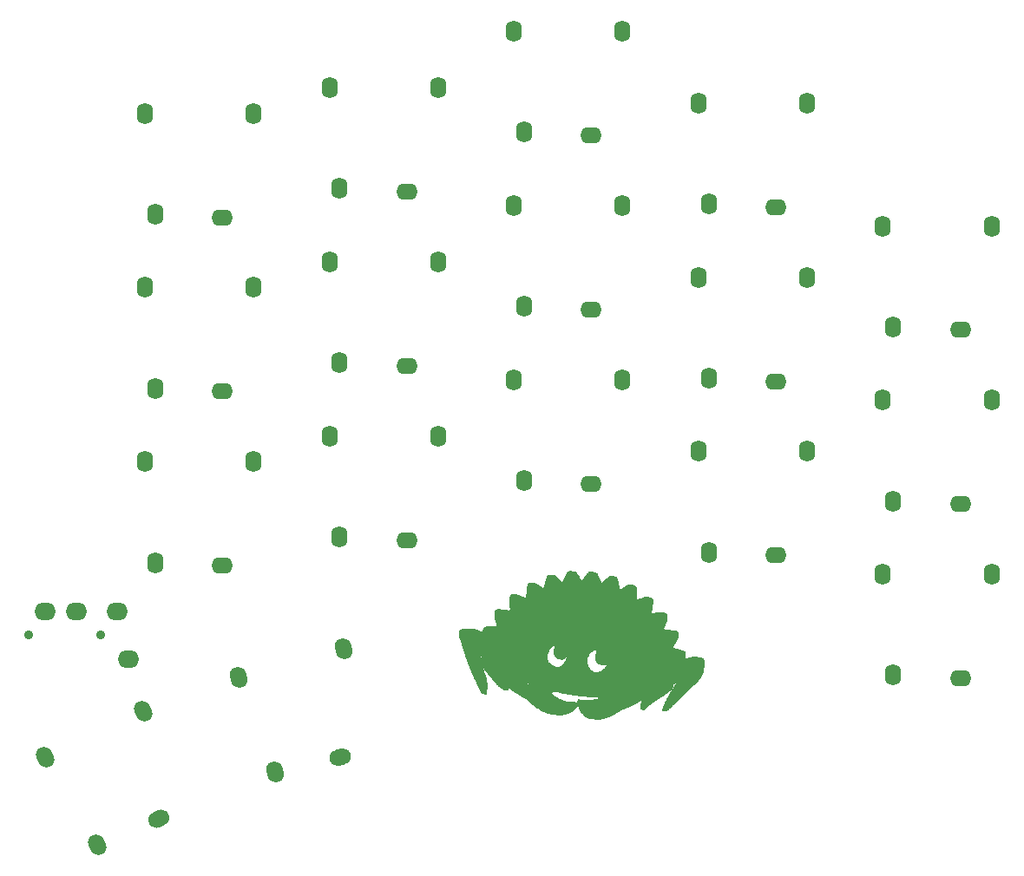
<source format=gbr>
%TF.GenerationSoftware,KiCad,Pcbnew,(6.0.7)*%
%TF.CreationDate,2022-09-28T21:41:44+08:00*%
%TF.ProjectId,ferris_right,66657272-6973-45f7-9269-6768742e6b69,rev?*%
%TF.SameCoordinates,Original*%
%TF.FileFunction,Soldermask,Bot*%
%TF.FilePolarity,Negative*%
%FSLAX46Y46*%
G04 Gerber Fmt 4.6, Leading zero omitted, Abs format (unit mm)*
G04 Created by KiCad (PCBNEW (6.0.7)) date 2022-09-28 21:41:44*
%MOMM*%
%LPD*%
G01*
G04 APERTURE LIST*
G04 Aperture macros list*
%AMHorizOval*
0 Thick line with rounded ends*
0 $1 width*
0 $2 $3 position (X,Y) of the first rounded end (center of the circle)*
0 $4 $5 position (X,Y) of the second rounded end (center of the circle)*
0 Add line between two ends*
20,1,$1,$2,$3,$4,$5,0*
0 Add two circle primitives to create the rounded ends*
1,1,$1,$2,$3*
1,1,$1,$4,$5*%
G04 Aperture macros list end*
%ADD10C,0.010000*%
%ADD11O,1.600000X2.100000*%
%ADD12O,2.100000X1.600000*%
%ADD13C,0.900000*%
%ADD14O,2.100000X1.700000*%
%ADD15HorizOval,1.600000X-0.064705X0.241481X0.064705X-0.241481X0*%
%ADD16HorizOval,1.600000X0.241481X0.064705X-0.241481X-0.064705X0*%
%ADD17HorizOval,1.600000X-0.105655X0.226577X0.105655X-0.226577X0*%
%ADD18HorizOval,1.600000X0.226577X0.105655X-0.226577X-0.105655X0*%
G04 APERTURE END LIST*
%TO.C,G\u002A\u002A\u002A*%
G36*
X188186330Y-81091290D02*
G01*
X188178949Y-81137919D01*
X188170594Y-81176183D01*
X188159973Y-81211577D01*
X188145789Y-81249597D01*
X188126635Y-81291646D01*
X188098036Y-81343890D01*
X188064672Y-81397311D01*
X188029344Y-81447698D01*
X188022203Y-81456631D01*
X187994857Y-81490843D01*
X187964012Y-81522541D01*
X187959177Y-81526730D01*
X187928176Y-81552493D01*
X187888026Y-81584584D01*
X187841524Y-81620888D01*
X187791464Y-81659291D01*
X187740643Y-81697676D01*
X187691854Y-81733933D01*
X187647895Y-81765943D01*
X187611558Y-81791594D01*
X187585640Y-81808770D01*
X187585385Y-81808927D01*
X187564679Y-81822160D01*
X187534125Y-81842184D01*
X187497799Y-81866313D01*
X187459774Y-81891854D01*
X187423884Y-81915738D01*
X187377029Y-81946343D01*
X187323987Y-81980566D01*
X187268908Y-82015733D01*
X187215939Y-82049166D01*
X187202123Y-82057844D01*
X187156911Y-82086490D01*
X187116630Y-82112382D01*
X187083645Y-82133976D01*
X187060319Y-82149730D01*
X187049019Y-82158100D01*
X187047269Y-82159654D01*
X187028710Y-82173254D01*
X187005591Y-82187304D01*
X186996393Y-82192548D01*
X186970959Y-82207865D01*
X186938740Y-82227919D01*
X186904526Y-82249750D01*
X186893883Y-82256621D01*
X186860244Y-82278277D01*
X186816907Y-82306115D01*
X186767074Y-82338084D01*
X186713945Y-82372127D01*
X186660722Y-82406192D01*
X186629737Y-82426122D01*
X186588847Y-82452800D01*
X186582799Y-82456746D01*
X186541227Y-82484391D01*
X186507262Y-82507545D01*
X186483141Y-82524693D01*
X186471105Y-82534322D01*
X186455950Y-82546761D01*
X186443889Y-82551462D01*
X186442694Y-82551545D01*
X186429769Y-82557579D01*
X186408319Y-82571185D01*
X186382303Y-82589890D01*
X186373290Y-82596637D01*
X186342907Y-82618834D01*
X186304234Y-82646571D01*
X186261303Y-82676964D01*
X186218148Y-82707135D01*
X186167714Y-82742655D01*
X186097120Y-82793863D01*
X186024856Y-82847794D01*
X185952646Y-82903061D01*
X185882210Y-82958274D01*
X185815271Y-83012048D01*
X185753553Y-83062991D01*
X185698776Y-83109718D01*
X185652663Y-83150840D01*
X185616937Y-83184969D01*
X185593320Y-83210715D01*
X185580325Y-83226154D01*
X185554022Y-83255733D01*
X185521114Y-83291507D01*
X185484724Y-83330094D01*
X185447975Y-83368109D01*
X185411180Y-83405639D01*
X185034201Y-83359352D01*
X185029318Y-83326764D01*
X185028840Y-83315096D01*
X185030066Y-83286200D01*
X185033279Y-83244263D01*
X185038289Y-83191434D01*
X185044904Y-83129867D01*
X185052932Y-83061711D01*
X185058561Y-83016342D01*
X185067902Y-82945027D01*
X185076583Y-82886238D01*
X185085258Y-82837183D01*
X185094578Y-82795068D01*
X185105196Y-82757100D01*
X185117763Y-82720483D01*
X185132933Y-82682427D01*
X185151357Y-82640136D01*
X185155854Y-82630037D01*
X185171438Y-82594478D01*
X185185102Y-82562525D01*
X185194310Y-82540088D01*
X185200141Y-82527217D01*
X185214551Y-82499659D01*
X185233763Y-82465616D01*
X185255238Y-82429690D01*
X185271717Y-82402315D01*
X185287561Y-82374453D01*
X185297698Y-82354694D01*
X185300450Y-82346140D01*
X185299539Y-82345690D01*
X185289741Y-82350192D01*
X185274112Y-82362804D01*
X185270882Y-82365685D01*
X185246198Y-82384418D01*
X185219302Y-82401077D01*
X185214861Y-82403520D01*
X185185309Y-82421731D01*
X185157653Y-82441288D01*
X185154880Y-82443360D01*
X185135502Y-82456543D01*
X185104916Y-82476257D01*
X185065807Y-82500814D01*
X185020858Y-82528522D01*
X184972755Y-82557693D01*
X184960384Y-82565142D01*
X184912900Y-82593925D01*
X184869275Y-82620650D01*
X184832179Y-82643663D01*
X184804286Y-82661309D01*
X184788265Y-82671935D01*
X184783942Y-82674934D01*
X184760725Y-82688900D01*
X184757282Y-82690972D01*
X184732699Y-82702586D01*
X184710556Y-82712965D01*
X184693134Y-82724851D01*
X184684372Y-82731506D01*
X184664662Y-82743862D01*
X184633845Y-82761639D01*
X184590925Y-82785397D01*
X184534902Y-82815695D01*
X184464778Y-82853096D01*
X184460678Y-82855279D01*
X184429927Y-82872019D01*
X184403547Y-82886965D01*
X184386867Y-82897108D01*
X184381117Y-82900556D01*
X184360219Y-82911784D01*
X184328850Y-82927832D01*
X184290165Y-82947098D01*
X184247316Y-82967980D01*
X184224536Y-82979050D01*
X184183284Y-82999539D01*
X184147765Y-83017744D01*
X184121171Y-83032012D01*
X184106693Y-83040695D01*
X184090859Y-83050589D01*
X184079800Y-83054500D01*
X184078424Y-83054637D01*
X184064850Y-83059314D01*
X184041272Y-83069294D01*
X184011817Y-83082855D01*
X183941975Y-83115001D01*
X183854708Y-83152833D01*
X183761185Y-83191352D01*
X183664975Y-83229185D01*
X183569649Y-83264965D01*
X183478779Y-83297322D01*
X183395934Y-83324888D01*
X183324687Y-83346294D01*
X183315670Y-83348882D01*
X183279305Y-83360776D01*
X183247264Y-83373330D01*
X183225612Y-83384220D01*
X183217845Y-83389235D01*
X183189435Y-83407740D01*
X183151256Y-83432751D01*
X183105967Y-83462512D01*
X183056225Y-83495269D01*
X183004691Y-83529267D01*
X182954022Y-83562752D01*
X182906878Y-83593967D01*
X182865915Y-83621159D01*
X182833795Y-83642573D01*
X182813175Y-83656453D01*
X182799212Y-83665621D01*
X182766917Y-83685730D01*
X182726003Y-83710338D01*
X182680303Y-83737154D01*
X182633644Y-83763884D01*
X182606621Y-83779168D01*
X182557949Y-83806736D01*
X182511311Y-83833196D01*
X182470946Y-83856141D01*
X182441091Y-83873168D01*
X182436336Y-83875864D01*
X182401969Y-83894544D01*
X182358303Y-83917324D01*
X182310449Y-83941572D01*
X182263518Y-83964652D01*
X182245723Y-83973274D01*
X182206658Y-83992399D01*
X182173808Y-84008750D01*
X182150194Y-84020817D01*
X182138836Y-84027086D01*
X182137426Y-84027935D01*
X182122608Y-84035192D01*
X182096146Y-84047129D01*
X182061302Y-84062294D01*
X182021343Y-84079239D01*
X182014521Y-84082097D01*
X181973116Y-84099444D01*
X181935714Y-84115121D01*
X181906186Y-84127503D01*
X181888406Y-84134969D01*
X181859543Y-84146591D01*
X181813936Y-84163721D01*
X181760802Y-84182679D01*
X181702489Y-84202717D01*
X181641348Y-84223087D01*
X181579726Y-84243043D01*
X181519972Y-84261836D01*
X181464438Y-84278720D01*
X181415470Y-84292946D01*
X181375419Y-84303767D01*
X181346632Y-84310435D01*
X181331461Y-84312204D01*
X181323249Y-84312755D01*
X181300845Y-84316150D01*
X181268856Y-84321951D01*
X181231231Y-84329475D01*
X181182114Y-84339391D01*
X181132173Y-84348298D01*
X181085917Y-84354765D01*
X181038190Y-84359383D01*
X180983839Y-84362742D01*
X180917710Y-84365435D01*
X180886270Y-84366370D01*
X180856325Y-84366762D01*
X180826879Y-84366395D01*
X180795771Y-84365093D01*
X180760841Y-84362682D01*
X180719923Y-84358989D01*
X180670858Y-84353837D01*
X180611483Y-84347051D01*
X180539637Y-84338459D01*
X180453157Y-84327884D01*
X180441666Y-84326470D01*
X180357618Y-84316064D01*
X180288074Y-84307263D01*
X180230973Y-84299725D01*
X180184257Y-84293105D01*
X180145867Y-84287062D01*
X180113746Y-84281251D01*
X180085835Y-84275329D01*
X180060073Y-84268954D01*
X180034402Y-84261782D01*
X180006765Y-84253470D01*
X179962643Y-84239286D01*
X179918008Y-84223779D01*
X179879252Y-84209190D01*
X179851575Y-84197400D01*
X179841316Y-84192396D01*
X179806786Y-84174573D01*
X179768058Y-84153463D01*
X179727859Y-84130685D01*
X179688920Y-84107857D01*
X179653968Y-84086598D01*
X179625732Y-84068524D01*
X179606942Y-84055256D01*
X179600327Y-84048409D01*
X179598609Y-84045345D01*
X179586657Y-84034638D01*
X179566950Y-84020479D01*
X179547934Y-84007234D01*
X179486921Y-83957304D01*
X179422875Y-83894940D01*
X179357920Y-83822742D01*
X179294180Y-83743311D01*
X179233780Y-83659246D01*
X179178847Y-83573148D01*
X179131504Y-83487617D01*
X179129447Y-83483582D01*
X179113207Y-83452801D01*
X179098528Y-83426621D01*
X179088368Y-83410337D01*
X179079900Y-83396828D01*
X179076004Y-83386066D01*
X179075612Y-83383679D01*
X179070426Y-83368551D01*
X179060464Y-83343481D01*
X179047260Y-83312402D01*
X179038867Y-83292539D01*
X179018067Y-83239265D01*
X178995627Y-83177223D01*
X178973404Y-83111641D01*
X178953254Y-83047748D01*
X178948979Y-83032160D01*
X178941319Y-83001494D01*
X178932193Y-82962980D01*
X178922769Y-82921463D01*
X178901637Y-82826181D01*
X178857397Y-83117015D01*
X178822897Y-83154834D01*
X178808440Y-83170588D01*
X178690788Y-83291514D01*
X178574136Y-83397901D01*
X178456233Y-83491556D01*
X178334825Y-83574282D01*
X178207660Y-83647886D01*
X178180053Y-83662734D01*
X178145607Y-83681670D01*
X178117630Y-83697509D01*
X178100386Y-83707870D01*
X178077861Y-83720760D01*
X178053408Y-83731838D01*
X178046896Y-83734314D01*
X178023472Y-83743747D01*
X177991693Y-83756948D01*
X177956513Y-83771870D01*
X177937991Y-83779733D01*
X177908673Y-83791814D01*
X177887578Y-83800024D01*
X177878355Y-83802913D01*
X177873073Y-83804108D01*
X177854468Y-83809805D01*
X177826009Y-83819155D01*
X177791265Y-83831011D01*
X177699384Y-83859658D01*
X177548330Y-83894834D01*
X177384027Y-83919772D01*
X177206635Y-83934451D01*
X177016318Y-83938847D01*
X177012960Y-83938694D01*
X176993292Y-83936973D01*
X176959483Y-83933510D01*
X176913468Y-83928522D01*
X176857181Y-83922223D01*
X176792559Y-83914831D01*
X176721536Y-83906559D01*
X176646049Y-83897622D01*
X176615592Y-83893970D01*
X176514177Y-83881456D01*
X176426744Y-83869958D01*
X176351027Y-83859065D01*
X176284765Y-83848369D01*
X176225692Y-83837457D01*
X176171546Y-83825923D01*
X176120063Y-83813353D01*
X176068980Y-83799338D01*
X176016031Y-83783468D01*
X176011407Y-83782035D01*
X175966752Y-83768236D01*
X175917038Y-83752926D01*
X175872193Y-83739159D01*
X175871174Y-83738844D01*
X175841013Y-83728390D01*
X175799449Y-83712464D01*
X175749498Y-83692364D01*
X175694177Y-83669390D01*
X175636506Y-83644841D01*
X175579499Y-83620013D01*
X175526176Y-83596208D01*
X175479552Y-83574720D01*
X175442646Y-83556851D01*
X175418473Y-83543900D01*
X175408201Y-83537907D01*
X175377413Y-83520947D01*
X175346484Y-83504946D01*
X175290482Y-83475711D01*
X175208441Y-83428914D01*
X175117744Y-83373435D01*
X175020605Y-83310772D01*
X174919239Y-83242426D01*
X174815858Y-83169897D01*
X174712676Y-83094683D01*
X174611905Y-83018285D01*
X174515760Y-82942200D01*
X174503506Y-82932232D01*
X174459329Y-82895764D01*
X174411492Y-82855584D01*
X174361841Y-82813315D01*
X174312230Y-82770574D01*
X174264507Y-82728981D01*
X174220522Y-82690155D01*
X174182127Y-82655716D01*
X174151170Y-82627282D01*
X174129501Y-82606474D01*
X174118972Y-82594910D01*
X174116220Y-82591709D01*
X174102853Y-82577863D01*
X174080728Y-82555694D01*
X174052117Y-82527413D01*
X174019295Y-82495232D01*
X173984536Y-82461365D01*
X173950114Y-82428022D01*
X173918304Y-82397420D01*
X173891378Y-82371767D01*
X173871610Y-82353278D01*
X173861276Y-82344166D01*
X173857839Y-82341903D01*
X173840901Y-82332206D01*
X173813907Y-82317554D01*
X173779980Y-82299566D01*
X173742244Y-82279855D01*
X173703825Y-82260037D01*
X173667846Y-82241730D01*
X173637432Y-82226548D01*
X173615707Y-82216109D01*
X173605797Y-82212028D01*
X173605100Y-82211910D01*
X173591528Y-82206440D01*
X173572142Y-82195851D01*
X173550653Y-82183254D01*
X173518061Y-82164668D01*
X173480127Y-82143353D01*
X173441758Y-82122045D01*
X173407860Y-82103485D01*
X173383339Y-82090414D01*
X173377761Y-82087435D01*
X173353915Y-82073873D01*
X173322816Y-82055439D01*
X173289720Y-82035229D01*
X173275205Y-82026308D01*
X173247601Y-82009854D01*
X173227042Y-81998293D01*
X173217162Y-81993705D01*
X173215895Y-81993309D01*
X173202180Y-81986073D01*
X173175011Y-81970048D01*
X173134974Y-81945596D01*
X173082655Y-81913076D01*
X173018640Y-81872851D01*
X172943518Y-81825281D01*
X172940984Y-81823671D01*
X172902469Y-81798810D01*
X172863332Y-81773125D01*
X176236490Y-81773125D01*
X176241210Y-81782212D01*
X176255242Y-81797745D01*
X176279961Y-81822444D01*
X176297790Y-81839672D01*
X176339061Y-81877403D01*
X176390848Y-81922392D01*
X176454207Y-81975546D01*
X176530193Y-82037772D01*
X176552909Y-82055753D01*
X176604702Y-82094625D01*
X176663285Y-82136454D01*
X176723506Y-82177599D01*
X176780213Y-82214421D01*
X176782958Y-82216146D01*
X176817587Y-82237975D01*
X176852008Y-82259770D01*
X176879150Y-82277055D01*
X176895753Y-82287432D01*
X176950869Y-82319551D01*
X177016886Y-82355428D01*
X177090238Y-82393288D01*
X177167356Y-82431355D01*
X177244670Y-82467856D01*
X177318613Y-82501011D01*
X177385615Y-82529047D01*
X177390126Y-82530839D01*
X177450928Y-82553745D01*
X177523169Y-82579107D01*
X177602254Y-82605396D01*
X177683591Y-82631080D01*
X177762587Y-82654630D01*
X177803630Y-82665563D01*
X177870541Y-82680746D01*
X177943071Y-82694732D01*
X178016842Y-82706824D01*
X178087475Y-82716322D01*
X178150592Y-82722527D01*
X178201817Y-82724740D01*
X178209374Y-82724696D01*
X178245435Y-82723896D01*
X178291780Y-82722251D01*
X178343247Y-82719960D01*
X178394670Y-82717226D01*
X178419662Y-82715866D01*
X178463484Y-82714187D01*
X178504156Y-82713930D01*
X178545663Y-82715261D01*
X178591992Y-82718342D01*
X178647131Y-82723339D01*
X178715067Y-82730416D01*
X178906591Y-82751099D01*
X178941565Y-82466256D01*
X179183169Y-82495914D01*
X179248247Y-82503613D01*
X179315876Y-82511052D01*
X179380017Y-82517574D01*
X179437344Y-82522855D01*
X179484532Y-82526576D01*
X179518256Y-82528411D01*
X179520846Y-82528488D01*
X179567732Y-82529442D01*
X179621515Y-82529871D01*
X179678790Y-82529818D01*
X179736155Y-82529322D01*
X179790205Y-82528428D01*
X179837536Y-82527176D01*
X179874743Y-82525606D01*
X179898422Y-82523762D01*
X179902601Y-82523307D01*
X179928566Y-82521618D01*
X179963587Y-82520439D01*
X180001310Y-82520000D01*
X180014881Y-82519761D01*
X180055177Y-82517612D01*
X180104922Y-82513590D01*
X180159064Y-82508131D01*
X180212551Y-82501673D01*
X180239731Y-82498112D01*
X180290249Y-82491660D01*
X180336685Y-82485928D01*
X180374805Y-82481436D01*
X180400377Y-82478701D01*
X180415137Y-82477045D01*
X180455615Y-82471185D01*
X180507091Y-82462563D01*
X180565880Y-82451881D01*
X180628297Y-82439840D01*
X180690655Y-82427141D01*
X180749267Y-82414486D01*
X180800449Y-82402576D01*
X180827355Y-82396053D01*
X180873976Y-82384959D01*
X180917687Y-82374782D01*
X180951729Y-82367107D01*
X180982196Y-82359941D01*
X181024988Y-82348737D01*
X181061941Y-82337917D01*
X181085059Y-82330739D01*
X181121994Y-82319779D01*
X181152883Y-82311156D01*
X181175430Y-82304830D01*
X181211521Y-82293921D01*
X181247212Y-82282448D01*
X181301869Y-82264206D01*
X181250274Y-82240136D01*
X181244488Y-82237461D01*
X181217463Y-82226142D01*
X181202489Y-82222740D01*
X181197374Y-82226703D01*
X181195880Y-82229444D01*
X181187252Y-82233046D01*
X181169828Y-82235086D01*
X181142263Y-82235537D01*
X181103219Y-82234372D01*
X181051353Y-82231566D01*
X180985324Y-82227091D01*
X180903790Y-82220922D01*
X180871917Y-82218469D01*
X180806716Y-82213618D01*
X180732289Y-82208242D01*
X180653481Y-82202687D01*
X180575138Y-82197295D01*
X180502104Y-82192411D01*
X180445714Y-82188687D01*
X180352899Y-82182429D01*
X180267301Y-82176437D01*
X180187071Y-82170530D01*
X180110362Y-82164532D01*
X180035327Y-82158266D01*
X179960114Y-82151552D01*
X179882879Y-82144215D01*
X179801771Y-82136076D01*
X179714943Y-82126956D01*
X179620547Y-82116679D01*
X179516735Y-82105065D01*
X179401658Y-82091938D01*
X179273467Y-82077120D01*
X179130316Y-82060433D01*
X179039247Y-82049752D01*
X178883894Y-82031332D01*
X178743053Y-82014322D01*
X178615214Y-81998505D01*
X178498866Y-81983663D01*
X178392498Y-81969582D01*
X178294601Y-81956044D01*
X178203663Y-81942834D01*
X178118175Y-81929735D01*
X178036627Y-81916530D01*
X177957506Y-81903004D01*
X177879303Y-81888940D01*
X177800509Y-81874120D01*
X177719611Y-81858330D01*
X177664148Y-81847725D01*
X177590511Y-81834510D01*
X177514614Y-81821668D01*
X177442731Y-81810256D01*
X177381135Y-81801329D01*
X177338020Y-81795191D01*
X177285195Y-81786764D01*
X177239183Y-81778410D01*
X177203321Y-81770745D01*
X177180945Y-81764386D01*
X177170440Y-81760534D01*
X177115005Y-81742990D01*
X177047238Y-81725088D01*
X176970839Y-81707686D01*
X176889511Y-81691639D01*
X176806950Y-81677805D01*
X176763859Y-81671332D01*
X176722051Y-81665478D01*
X176690983Y-81662057D01*
X176667320Y-81660944D01*
X176647729Y-81662009D01*
X176628876Y-81665126D01*
X176607428Y-81670166D01*
X176579007Y-81677157D01*
X176539826Y-81686539D01*
X176507156Y-81694097D01*
X176484855Y-81699506D01*
X176446655Y-81709800D01*
X176409959Y-81720647D01*
X176384458Y-81728245D01*
X176346310Y-81738576D01*
X176314195Y-81746186D01*
X176300439Y-81749218D01*
X176271395Y-81756573D01*
X176250053Y-81763197D01*
X176249499Y-81763407D01*
X176239711Y-81767764D01*
X176236490Y-81773125D01*
X172863332Y-81773125D01*
X172856061Y-81768353D01*
X172807376Y-81736006D01*
X172762032Y-81705480D01*
X172759182Y-81703544D01*
X172713250Y-81672368D01*
X172664278Y-81639142D01*
X172617951Y-81607723D01*
X172579948Y-81581964D01*
X172552754Y-81563265D01*
X172523353Y-81542365D01*
X172501276Y-81525885D01*
X172489914Y-81516296D01*
X172484118Y-81511056D01*
X172465643Y-81496610D01*
X172439016Y-81477066D01*
X172407857Y-81455124D01*
X172387909Y-81441207D01*
X172359416Y-81420784D01*
X172337818Y-81404627D01*
X172326676Y-81395355D01*
X172324900Y-81393662D01*
X172311152Y-81382087D01*
X172287531Y-81363123D01*
X172256812Y-81338979D01*
X172221769Y-81311864D01*
X172127270Y-81239285D01*
X172086822Y-81530766D01*
X171907339Y-81508729D01*
X171877501Y-81505048D01*
X171824287Y-81498268D01*
X171783853Y-81492571D01*
X171753442Y-81487372D01*
X171730292Y-81482085D01*
X171711645Y-81476126D01*
X171694742Y-81468911D01*
X171676823Y-81459852D01*
X171660134Y-81450662D01*
X171627235Y-81431295D01*
X171587256Y-81406752D01*
X171542585Y-81378598D01*
X171495607Y-81348397D01*
X171448709Y-81317717D01*
X171404277Y-81288122D01*
X171364696Y-81261178D01*
X171332354Y-81238451D01*
X171309638Y-81221506D01*
X171298931Y-81211911D01*
X171295178Y-81208260D01*
X171280459Y-81195479D01*
X171257531Y-81176234D01*
X171229385Y-81153058D01*
X171223380Y-81148147D01*
X171194370Y-81124084D01*
X171168467Y-81101689D01*
X171144151Y-81079302D01*
X171119905Y-81055270D01*
X171094209Y-81027936D01*
X171065547Y-80995644D01*
X171032399Y-80956738D01*
X170993249Y-80909560D01*
X170946578Y-80852455D01*
X170890867Y-80783769D01*
X170885532Y-80777196D01*
X170856261Y-80741619D01*
X170821452Y-80700085D01*
X170810799Y-80687547D01*
X173591166Y-80687547D01*
X173591270Y-80687980D01*
X173599971Y-80695067D01*
X173620754Y-80709699D01*
X173651783Y-80730679D01*
X173691224Y-80756805D01*
X173737241Y-80786875D01*
X173788001Y-80819691D01*
X173841670Y-80854050D01*
X173896410Y-80888754D01*
X173950390Y-80922601D01*
X174054716Y-80987611D01*
X174148071Y-80999073D01*
X174177037Y-81002581D01*
X174208287Y-81005855D01*
X174228176Y-81006555D01*
X174239955Y-81004412D01*
X174246879Y-80999160D01*
X174252200Y-80990534D01*
X174260732Y-80974695D01*
X174273418Y-80951157D01*
X174274797Y-80948564D01*
X174277602Y-80941169D01*
X174275811Y-80934836D01*
X174267164Y-80928181D01*
X174249403Y-80919823D01*
X174220270Y-80908377D01*
X174177506Y-80892465D01*
X174169389Y-80889474D01*
X174129554Y-80875095D01*
X174095291Y-80863201D01*
X174070025Y-80854954D01*
X174057177Y-80851521D01*
X174055267Y-80851128D01*
X174039319Y-80846218D01*
X174010846Y-80836492D01*
X173972420Y-80822858D01*
X173926612Y-80806226D01*
X173875996Y-80787503D01*
X173857880Y-80780747D01*
X173781935Y-80752547D01*
X173720450Y-80729956D01*
X173672319Y-80712587D01*
X173636432Y-80700050D01*
X173611683Y-80691957D01*
X173596963Y-80687919D01*
X173591166Y-80687547D01*
X170810799Y-80687547D01*
X170780287Y-80651637D01*
X170731942Y-80595325D01*
X170675599Y-80530195D01*
X170610438Y-80455296D01*
X170535636Y-80369673D01*
X170450373Y-80272374D01*
X170441806Y-80262608D01*
X170391881Y-80205576D01*
X170344400Y-80151159D01*
X170300820Y-80101038D01*
X170262600Y-80056896D01*
X170231196Y-80020415D01*
X170208068Y-79993281D01*
X170194671Y-79977171D01*
X170172312Y-79949655D01*
X170143756Y-79915107D01*
X170116684Y-79882860D01*
X170108024Y-79872563D01*
X170083212Y-79842468D01*
X170052166Y-79804234D01*
X170016181Y-79759500D01*
X169976551Y-79709912D01*
X169934570Y-79657112D01*
X169891530Y-79602742D01*
X169848727Y-79548446D01*
X169807453Y-79495866D01*
X169769002Y-79446646D01*
X169734668Y-79402429D01*
X169705744Y-79364857D01*
X169683525Y-79335573D01*
X169669304Y-79316221D01*
X169664374Y-79308443D01*
X169661751Y-79301837D01*
X169652141Y-79285802D01*
X169638059Y-79264639D01*
X169622244Y-79242212D01*
X169607437Y-79222391D01*
X169596374Y-79209038D01*
X169591796Y-79206020D01*
X169593263Y-79216046D01*
X169598487Y-79239647D01*
X169606718Y-79273488D01*
X169617171Y-79314430D01*
X169629061Y-79359333D01*
X169641602Y-79405058D01*
X169644494Y-79415485D01*
X169655657Y-79457025D01*
X169665966Y-79497137D01*
X169673500Y-79528398D01*
X169673936Y-79530306D01*
X169682479Y-79563669D01*
X169694023Y-79604110D01*
X169706201Y-79643307D01*
X169707309Y-79646707D01*
X169719472Y-79685428D01*
X169730852Y-79723798D01*
X169739117Y-79753976D01*
X169742705Y-79767708D01*
X169747827Y-79785505D01*
X169754401Y-79806030D01*
X169763336Y-79831903D01*
X169775543Y-79865746D01*
X169791936Y-79910180D01*
X169813421Y-79967825D01*
X169816897Y-79977371D01*
X169828221Y-80010150D01*
X169842409Y-80052834D01*
X169857990Y-80100961D01*
X169873494Y-80150072D01*
X169880678Y-80173120D01*
X169895166Y-80219397D01*
X169908268Y-80260995D01*
X169918775Y-80294081D01*
X169925479Y-80314825D01*
X169928643Y-80324835D01*
X169934521Y-80346928D01*
X169936345Y-80359871D01*
X169936638Y-80363943D01*
X169940150Y-80382224D01*
X169946776Y-80410580D01*
X169955580Y-80444856D01*
X169958374Y-80455676D01*
X169968365Y-80498802D01*
X169979377Y-80551815D01*
X169990843Y-80611410D01*
X170002196Y-80674279D01*
X170012868Y-80737116D01*
X170022293Y-80796615D01*
X170029905Y-80849470D01*
X170035134Y-80892373D01*
X170037415Y-80922018D01*
X170038331Y-80946327D01*
X170040298Y-80986702D01*
X170042897Y-81033146D01*
X170045812Y-81079702D01*
X170046073Y-81083658D01*
X170047617Y-81110207D01*
X170048477Y-81135049D01*
X170048493Y-81160239D01*
X170047505Y-81187834D01*
X170045351Y-81219890D01*
X170041870Y-81258464D01*
X170036902Y-81305611D01*
X170030287Y-81363388D01*
X170021862Y-81433851D01*
X170011468Y-81519057D01*
X170001791Y-81597210D01*
X169991948Y-81674340D01*
X169983523Y-81737186D01*
X169976302Y-81787124D01*
X169970074Y-81825534D01*
X169964628Y-81853790D01*
X169959753Y-81873270D01*
X169955237Y-81885351D01*
X169940211Y-81915495D01*
X169574903Y-81870641D01*
X169556430Y-81844915D01*
X169552619Y-81839378D01*
X169535563Y-81811683D01*
X169512542Y-81771112D01*
X169484584Y-81719509D01*
X169452718Y-81658720D01*
X169441368Y-81636677D01*
X169419905Y-81594632D01*
X169397317Y-81550020D01*
X169375074Y-81505779D01*
X169354647Y-81464855D01*
X169337508Y-81430184D01*
X169325130Y-81404713D01*
X169318982Y-81391379D01*
X169311729Y-81376264D01*
X169298411Y-81351359D01*
X169282287Y-81322897D01*
X169281959Y-81322334D01*
X169267401Y-81296142D01*
X169257251Y-81275653D01*
X169253688Y-81265258D01*
X169252585Y-81260870D01*
X169245328Y-81243653D01*
X169232751Y-81217280D01*
X169216543Y-81185377D01*
X169206522Y-81165964D01*
X169192261Y-81137443D01*
X169182577Y-81116878D01*
X169179156Y-81107765D01*
X169179000Y-81106710D01*
X169174124Y-81094268D01*
X169163786Y-81071705D01*
X169149787Y-81042995D01*
X169140203Y-81023731D01*
X169112079Y-80965999D01*
X169083385Y-80905100D01*
X169052176Y-80836865D01*
X169016507Y-80757123D01*
X169010325Y-80743205D01*
X168971452Y-80656672D01*
X168936700Y-80581266D01*
X168904195Y-80512977D01*
X168872064Y-80447793D01*
X168865344Y-80434356D01*
X168849938Y-80403332D01*
X168837807Y-80378596D01*
X168831123Y-80364564D01*
X168829441Y-80360956D01*
X168819624Y-80341494D01*
X168807006Y-80317833D01*
X168803823Y-80311906D01*
X168787070Y-80278522D01*
X168765390Y-80232760D01*
X168739986Y-80177272D01*
X168712058Y-80114705D01*
X168682806Y-80047712D01*
X168653433Y-79978941D01*
X168641803Y-79951533D01*
X168624364Y-79910986D01*
X168609612Y-79877356D01*
X168598826Y-79853543D01*
X168593286Y-79842452D01*
X168588967Y-79833695D01*
X168579575Y-79811558D01*
X168567069Y-79780310D01*
X168552965Y-79743668D01*
X168541382Y-79713582D01*
X168527972Y-79680166D01*
X168517178Y-79654847D01*
X168510617Y-79641521D01*
X168506491Y-79633346D01*
X168497085Y-79610927D01*
X168484928Y-79579427D01*
X168471627Y-79542902D01*
X168462151Y-79516638D01*
X168449555Y-79483273D01*
X168439275Y-79457814D01*
X168432903Y-79444314D01*
X168430230Y-79439182D01*
X168421663Y-79419018D01*
X168410284Y-79389390D01*
X168397817Y-79354703D01*
X168389783Y-79331914D01*
X168374603Y-79289618D01*
X168356269Y-79239136D01*
X168336404Y-79184934D01*
X168333219Y-79176322D01*
X169580474Y-79176322D01*
X169581651Y-79184440D01*
X169583072Y-79187140D01*
X169590014Y-79193998D01*
X169591231Y-79193592D01*
X169590054Y-79185472D01*
X169588633Y-79182773D01*
X169581691Y-79175916D01*
X169580474Y-79176322D01*
X168333219Y-79176322D01*
X168316633Y-79131479D01*
X168221986Y-78872910D01*
X168102719Y-78535808D01*
X167985106Y-78190831D01*
X167975299Y-78161531D01*
X167961879Y-78121448D01*
X169386091Y-78121448D01*
X169391730Y-78174600D01*
X169395436Y-78208685D01*
X169402290Y-78266178D01*
X169409753Y-78320305D01*
X169418774Y-78377714D01*
X169430302Y-78445051D01*
X169439014Y-78494159D01*
X169448048Y-78544299D01*
X169456322Y-78589507D01*
X169462769Y-78623908D01*
X169475314Y-78689426D01*
X169502934Y-78450277D01*
X169524110Y-78266915D01*
X175873123Y-78266915D01*
X175874536Y-78296183D01*
X175875063Y-78303175D01*
X175880023Y-78346496D01*
X175887999Y-78397927D01*
X175898021Y-78452480D01*
X175909120Y-78505166D01*
X175920327Y-78550995D01*
X175930670Y-78584979D01*
X175947302Y-78626333D01*
X175984597Y-78700872D01*
X176029654Y-78773894D01*
X176079805Y-78841609D01*
X176132382Y-78900224D01*
X176184717Y-78945949D01*
X176192562Y-78951956D01*
X176214875Y-78969973D01*
X176238807Y-78990176D01*
X176247721Y-78997686D01*
X176278539Y-79021842D01*
X176308215Y-79043059D01*
X176328060Y-79056791D01*
X176359441Y-79079623D01*
X176389741Y-79102671D01*
X176413622Y-79120353D01*
X176442082Y-79139296D01*
X176464342Y-79151867D01*
X176481692Y-79160630D01*
X176510900Y-79176686D01*
X176541115Y-79194375D01*
X176563035Y-79207265D01*
X176656339Y-79254547D01*
X176764736Y-79298502D01*
X176777897Y-79303224D01*
X176811258Y-79314446D01*
X176838651Y-79322648D01*
X176855153Y-79326314D01*
X176863976Y-79326343D01*
X176890041Y-79323823D01*
X176925098Y-79318728D01*
X176964337Y-79311919D01*
X177002951Y-79304256D01*
X177036127Y-79296601D01*
X177059056Y-79289814D01*
X177107497Y-79269410D01*
X177187155Y-79227539D01*
X177266713Y-79176652D01*
X177340940Y-79120200D01*
X177404611Y-79061638D01*
X177414622Y-79051425D01*
X177443190Y-79022954D01*
X177476401Y-78990504D01*
X177508936Y-78959289D01*
X177534560Y-78934445D01*
X177557596Y-78910446D01*
X177579588Y-78885139D01*
X177603163Y-78855339D01*
X177630947Y-78817864D01*
X177665571Y-78769530D01*
X177674663Y-78756341D01*
X177684355Y-78740390D01*
X179781752Y-78740390D01*
X179787168Y-78833834D01*
X179807468Y-78963607D01*
X179840005Y-79093994D01*
X179884048Y-79213954D01*
X179940321Y-79325127D01*
X180009546Y-79429160D01*
X180092445Y-79527696D01*
X180120389Y-79555911D01*
X180191082Y-79616907D01*
X180273536Y-79676508D01*
X180364312Y-79732333D01*
X180459970Y-79782001D01*
X180488691Y-79795107D01*
X180529798Y-79812509D01*
X180566784Y-79826733D01*
X180594140Y-79835578D01*
X180598915Y-79836777D01*
X180636182Y-79843267D01*
X180673419Y-79845621D01*
X180705186Y-79843758D01*
X180726040Y-79837592D01*
X180737622Y-79832641D01*
X180758382Y-79827303D01*
X180768815Y-79825094D01*
X180795033Y-79818311D01*
X180824525Y-79809658D01*
X180846083Y-79803054D01*
X180884790Y-79791534D01*
X180921900Y-79780810D01*
X180940512Y-79775115D01*
X180989297Y-79757620D01*
X181045732Y-79734763D01*
X181105876Y-79708364D01*
X181165789Y-79680246D01*
X181221532Y-79652229D01*
X181269164Y-79626137D01*
X181304745Y-79603792D01*
X181319158Y-79593545D01*
X181382856Y-79545745D01*
X181443178Y-79496612D01*
X181496324Y-79449343D01*
X181538490Y-79407140D01*
X181562260Y-79379655D01*
X181593831Y-79339698D01*
X181626508Y-79295366D01*
X181657892Y-79250130D01*
X181685589Y-79207460D01*
X181707202Y-79170828D01*
X181720337Y-79143705D01*
X181725103Y-79131265D01*
X181736354Y-79102033D01*
X181750495Y-79065388D01*
X181765556Y-79026442D01*
X181767026Y-79022624D01*
X181783739Y-78975235D01*
X181793796Y-78938158D01*
X181796557Y-78913718D01*
X181794780Y-78885663D01*
X181721582Y-78942851D01*
X181683827Y-78970366D01*
X181618290Y-79007644D01*
X181552124Y-79030984D01*
X181481797Y-79041850D01*
X181466622Y-79042215D01*
X181426635Y-79040295D01*
X181370227Y-79035061D01*
X181297337Y-79026505D01*
X181207906Y-79014625D01*
X181148730Y-79006343D01*
X181092763Y-78998209D01*
X181049217Y-78991344D01*
X181015727Y-78985269D01*
X180989932Y-78979506D01*
X180969467Y-78973573D01*
X180951969Y-78966994D01*
X180935075Y-78959287D01*
X180914192Y-78947623D01*
X180871176Y-78916253D01*
X180827566Y-78876475D01*
X180787966Y-78832683D01*
X180756979Y-78789271D01*
X180747060Y-78773346D01*
X180734306Y-78754618D01*
X180726729Y-78745792D01*
X180726003Y-78745216D01*
X180718867Y-78732819D01*
X180708812Y-78708267D01*
X180697082Y-78675231D01*
X180684926Y-78637384D01*
X180673588Y-78598395D01*
X180664315Y-78561937D01*
X180659645Y-78541054D01*
X180653570Y-78510086D01*
X180649271Y-78480262D01*
X180646788Y-78449339D01*
X180646159Y-78415072D01*
X180647426Y-78375218D01*
X180650629Y-78327535D01*
X180655807Y-78269779D01*
X180662999Y-78199706D01*
X180672246Y-78115073D01*
X180679709Y-78048378D01*
X180687356Y-77982091D01*
X180693954Y-77928357D01*
X180699879Y-77884837D01*
X180705504Y-77849192D01*
X180711202Y-77819085D01*
X180717350Y-77792178D01*
X180724321Y-77766132D01*
X180732488Y-77738609D01*
X180733064Y-77736731D01*
X180750422Y-77684661D01*
X180768847Y-77636812D01*
X180786985Y-77596219D01*
X180803483Y-77565920D01*
X180816990Y-77548950D01*
X180825714Y-77538971D01*
X180822008Y-77531649D01*
X180803646Y-77530769D01*
X180791212Y-77532453D01*
X180756497Y-77538633D01*
X180713636Y-77547502D01*
X180668112Y-77557842D01*
X180625401Y-77568434D01*
X180590981Y-77578060D01*
X180554303Y-77590472D01*
X180462587Y-77630485D01*
X180370353Y-77682305D01*
X180281759Y-77743186D01*
X180200961Y-77810383D01*
X180132113Y-77881153D01*
X180067024Y-77963502D01*
X179999246Y-78063020D01*
X179936730Y-78168861D01*
X179882490Y-78275900D01*
X179839538Y-78379004D01*
X179819624Y-78442362D01*
X179798672Y-78538637D01*
X179789327Y-78612313D01*
X179785817Y-78639986D01*
X179781752Y-78740390D01*
X177684355Y-78740390D01*
X177710482Y-78697388D01*
X177744755Y-78630764D01*
X177775726Y-78560684D01*
X177801635Y-78491367D01*
X177820729Y-78427029D01*
X177831246Y-78371891D01*
X177832236Y-78362320D01*
X177834385Y-78326350D01*
X177834610Y-78289447D01*
X177833168Y-78254588D01*
X177830318Y-78224751D01*
X177826317Y-78202911D01*
X177821426Y-78192047D01*
X177815902Y-78195136D01*
X177807119Y-78211984D01*
X177795388Y-78234451D01*
X177792754Y-78239167D01*
X177774083Y-78266056D01*
X177746988Y-78299124D01*
X177715061Y-78334365D01*
X177681895Y-78367776D01*
X177651082Y-78395346D01*
X177644712Y-78400480D01*
X177582364Y-78442879D01*
X177516152Y-78475432D01*
X177451572Y-78495384D01*
X177435114Y-78498408D01*
X177417394Y-78500472D01*
X177397285Y-78501169D01*
X177372389Y-78500358D01*
X177340305Y-78497898D01*
X177298632Y-78493649D01*
X177244971Y-78487468D01*
X177176923Y-78479215D01*
X177172852Y-78478715D01*
X177098625Y-78469309D01*
X177039183Y-78461123D01*
X176992554Y-78453821D01*
X176956762Y-78447066D01*
X176929829Y-78440526D01*
X176909782Y-78433864D01*
X176909309Y-78433676D01*
X176857655Y-78406940D01*
X176802947Y-78367487D01*
X176748973Y-78318048D01*
X176736077Y-78302863D01*
X176715044Y-78273120D01*
X176692085Y-78236612D01*
X176669542Y-78197459D01*
X176649761Y-78159774D01*
X176635081Y-78127673D01*
X176627848Y-78105274D01*
X176625307Y-78092480D01*
X176618997Y-78065132D01*
X176611222Y-78034425D01*
X176609252Y-78026899D01*
X176600908Y-77991602D01*
X176594816Y-77957489D01*
X176591006Y-77922319D01*
X176589511Y-77883851D01*
X176590361Y-77839843D01*
X176593587Y-77788053D01*
X176599223Y-77726241D01*
X176607299Y-77652164D01*
X176617847Y-77563582D01*
X176620639Y-77540802D01*
X176630951Y-77458956D01*
X176640143Y-77391162D01*
X176648706Y-77335188D01*
X176657129Y-77288798D01*
X176665897Y-77249756D01*
X176675501Y-77215828D01*
X176686427Y-77184777D01*
X176699165Y-77154368D01*
X176714202Y-77122368D01*
X176723722Y-77102015D01*
X176731166Y-77083994D01*
X176732671Y-77076888D01*
X176729422Y-77077515D01*
X176713971Y-77082313D01*
X176690958Y-77090358D01*
X176670531Y-77098300D01*
X176614481Y-77123763D01*
X176551793Y-77156341D01*
X176487017Y-77193479D01*
X176424698Y-77232620D01*
X176369383Y-77271204D01*
X176337388Y-77295448D01*
X176303318Y-77323102D01*
X176278240Y-77346642D01*
X176259112Y-77369002D01*
X176242889Y-77393116D01*
X176227513Y-77418410D01*
X176204005Y-77457077D01*
X176183150Y-77491375D01*
X176175921Y-77503366D01*
X176112355Y-77617462D01*
X176050679Y-77743038D01*
X175993041Y-77875204D01*
X175941587Y-78009069D01*
X175898466Y-78139743D01*
X175896575Y-78146055D01*
X175884812Y-78186871D01*
X175877495Y-78217276D01*
X175873855Y-78242285D01*
X175873123Y-78266915D01*
X169524110Y-78266915D01*
X169530553Y-78211129D01*
X169458322Y-78166288D01*
X169386091Y-78121448D01*
X167961879Y-78121448D01*
X167956650Y-78105829D01*
X167937607Y-78048971D01*
X167921053Y-77999567D01*
X167913131Y-77975899D01*
X167894731Y-77920776D01*
X167875617Y-77863348D01*
X167858844Y-77812793D01*
X167848957Y-77783072D01*
X167830576Y-77728302D01*
X167811284Y-77671290D01*
X167793923Y-77620452D01*
X167793099Y-77618052D01*
X167780246Y-77579906D01*
X167769864Y-77547816D01*
X167763000Y-77525088D01*
X167760694Y-77515031D01*
X167759009Y-77506995D01*
X167752798Y-77485783D01*
X167743051Y-77455118D01*
X167730851Y-77418504D01*
X167707439Y-77349546D01*
X167684356Y-77281240D01*
X167666228Y-77227160D01*
X167652738Y-77186340D01*
X167643565Y-77157812D01*
X167638393Y-77140613D01*
X167636901Y-77133776D01*
X167636912Y-77133515D01*
X167635832Y-77128333D01*
X167632406Y-77116506D01*
X167626194Y-77096690D01*
X167616756Y-77067545D01*
X167603657Y-77027727D01*
X167586457Y-76975892D01*
X167564717Y-76910699D01*
X167537999Y-76830805D01*
X167536817Y-76827269D01*
X167522183Y-76783225D01*
X167504652Y-76730063D01*
X167486323Y-76674164D01*
X167469293Y-76621908D01*
X167450990Y-76566387D01*
X167429383Y-76502223D01*
X167407366Y-76437964D01*
X167387643Y-76381566D01*
X167384447Y-76372575D01*
X167366994Y-76323781D01*
X167353378Y-76284657D01*
X167343360Y-76252258D01*
X167336698Y-76223638D01*
X167333151Y-76195849D01*
X167332482Y-76165943D01*
X167334446Y-76130975D01*
X167338805Y-76087997D01*
X167345319Y-76034062D01*
X167353746Y-75966223D01*
X167381563Y-75739676D01*
X167416901Y-75698410D01*
X167419414Y-75695523D01*
X167466975Y-75653473D01*
X167529561Y-75617890D01*
X167607289Y-75588747D01*
X167700275Y-75566012D01*
X167808634Y-75549661D01*
X167932481Y-75539663D01*
X168071932Y-75535988D01*
X168124570Y-75535958D01*
X168193116Y-75536583D01*
X168256875Y-75538187D01*
X168318927Y-75540983D01*
X168382347Y-75545184D01*
X168450212Y-75551003D01*
X168525598Y-75558653D01*
X168611584Y-75568348D01*
X168711244Y-75580301D01*
X169006094Y-75616369D01*
X169158282Y-75691029D01*
X169203637Y-75713236D01*
X169260387Y-75740920D01*
X169315582Y-75767747D01*
X169364678Y-75791510D01*
X169403128Y-75809999D01*
X169436067Y-75825881D01*
X169479279Y-75847042D01*
X169518424Y-75866544D01*
X169547880Y-75881606D01*
X169575567Y-75895942D01*
X169601271Y-75908925D01*
X169617741Y-75916868D01*
X169635507Y-75924832D01*
X169661577Y-75733537D01*
X169667792Y-75688230D01*
X169675131Y-75636556D01*
X169681218Y-75597493D01*
X169686591Y-75568587D01*
X169691793Y-75547380D01*
X169697361Y-75531423D01*
X169703836Y-75518258D01*
X169711759Y-75505433D01*
X169732459Y-75477153D01*
X169784011Y-75425969D01*
X169844389Y-75386949D01*
X169910816Y-75361680D01*
X169980517Y-75351750D01*
X170004594Y-75350914D01*
X170043489Y-75349227D01*
X170093464Y-75346855D01*
X170151542Y-75343942D01*
X170214747Y-75340634D01*
X170280099Y-75337078D01*
X170286065Y-75336748D01*
X170347968Y-75333448D01*
X170404707Y-75330645D01*
X170453933Y-75328436D01*
X170493298Y-75326922D01*
X170520455Y-75326201D01*
X170533055Y-75326373D01*
X170544670Y-75326564D01*
X170571130Y-75325873D01*
X170609794Y-75324368D01*
X170658243Y-75322149D01*
X170714064Y-75319323D01*
X170774839Y-75315991D01*
X170999858Y-75303202D01*
X171025249Y-75268004D01*
X171050642Y-75232807D01*
X171032905Y-75183261D01*
X171031153Y-75178269D01*
X171021335Y-75148430D01*
X171008729Y-75108052D01*
X170994772Y-75061802D01*
X170980901Y-75014350D01*
X170975696Y-74996326D01*
X170963604Y-74955275D01*
X170953198Y-74921070D01*
X170945449Y-74896862D01*
X170941328Y-74885802D01*
X170937565Y-74875898D01*
X170931070Y-74853544D01*
X170923854Y-74824886D01*
X170922160Y-74817924D01*
X170912488Y-74782178D01*
X170900000Y-74740071D01*
X170886957Y-74699308D01*
X170881435Y-74682552D01*
X170871775Y-74651683D01*
X170865295Y-74628755D01*
X170863169Y-74617799D01*
X170861425Y-74608690D01*
X170855261Y-74586507D01*
X170845655Y-74555004D01*
X170833647Y-74517701D01*
X170832517Y-74514274D01*
X170819012Y-74472770D01*
X170808443Y-74437598D01*
X170800737Y-74406190D01*
X170795814Y-74375978D01*
X170793600Y-74344393D01*
X170794017Y-74308867D01*
X170796988Y-74266831D01*
X170802438Y-74215717D01*
X170810290Y-74152957D01*
X170820466Y-74075981D01*
X170853783Y-73825832D01*
X170882100Y-73780717D01*
X170882448Y-73780164D01*
X170924183Y-73728832D01*
X170978413Y-73685349D01*
X171041451Y-73652679D01*
X171090700Y-73633136D01*
X171348299Y-73662184D01*
X171373206Y-73665059D01*
X171452471Y-73674860D01*
X171542150Y-73686726D01*
X171637628Y-73700006D01*
X171734293Y-73714050D01*
X171827530Y-73728206D01*
X171912725Y-73741824D01*
X172219553Y-73792417D01*
X172248293Y-73766795D01*
X172252759Y-73762748D01*
X172278393Y-73737832D01*
X172301539Y-73713143D01*
X172305411Y-73708697D01*
X172317043Y-73693786D01*
X172322341Y-73680277D01*
X172322655Y-73662108D01*
X172319332Y-73633222D01*
X172316607Y-73609008D01*
X172314589Y-73582054D01*
X172314591Y-73565290D01*
X172314682Y-73563281D01*
X172313783Y-73546177D01*
X172311155Y-73515785D01*
X172307070Y-73474863D01*
X172301800Y-73426170D01*
X172295615Y-73372463D01*
X172293797Y-73357007D01*
X172287833Y-73304631D01*
X172282836Y-73258180D01*
X172279083Y-73220376D01*
X172276847Y-73193936D01*
X172276401Y-73181585D01*
X172276225Y-73173139D01*
X172274257Y-73149591D01*
X172270620Y-73114687D01*
X172265638Y-73071501D01*
X172259639Y-73023104D01*
X172241145Y-72878716D01*
X172300005Y-72398819D01*
X172339443Y-72338786D01*
X172342681Y-72333917D01*
X172383399Y-72282600D01*
X172429869Y-72242484D01*
X172432549Y-72240582D01*
X172457423Y-72223708D01*
X172480272Y-72210700D01*
X172503449Y-72201336D01*
X172529308Y-72195393D01*
X172560204Y-72192647D01*
X172598489Y-72192876D01*
X172646519Y-72195854D01*
X172706645Y-72201362D01*
X172781223Y-72209174D01*
X172840781Y-72215684D01*
X172898406Y-72222504D01*
X172947573Y-72229383D01*
X172991307Y-72237092D01*
X173032636Y-72246405D01*
X173074582Y-72258095D01*
X173120169Y-72272935D01*
X173172423Y-72291698D01*
X173234368Y-72315157D01*
X173309030Y-72344086D01*
X173339317Y-72355859D01*
X173403687Y-72380815D01*
X173473672Y-72407886D01*
X173542670Y-72434517D01*
X173604075Y-72458156D01*
X173628426Y-72467546D01*
X173676058Y-72485857D01*
X173711808Y-72498706D01*
X173738554Y-72506209D01*
X173759173Y-72508484D01*
X173776541Y-72505646D01*
X173793534Y-72497813D01*
X173813030Y-72485100D01*
X173837904Y-72467624D01*
X173877801Y-72439904D01*
X173921988Y-72001756D01*
X173922283Y-71998831D01*
X173931600Y-71907894D01*
X173941183Y-71816865D01*
X173950759Y-71728166D01*
X173960058Y-71644216D01*
X173968805Y-71567439D01*
X173976732Y-71500253D01*
X173983565Y-71445080D01*
X173989033Y-71404341D01*
X173992285Y-71381730D01*
X173999658Y-71331668D01*
X174005708Y-71294406D01*
X174011185Y-71267061D01*
X174016841Y-71246745D01*
X174023424Y-71230571D01*
X174031684Y-71215652D01*
X174042374Y-71199102D01*
X174073913Y-71159463D01*
X174122709Y-71116769D01*
X174177537Y-71085089D01*
X174234210Y-71067299D01*
X174247221Y-71065225D01*
X174266236Y-71063229D01*
X174287536Y-71062577D01*
X174313536Y-71063422D01*
X174346653Y-71065916D01*
X174389304Y-71070208D01*
X174443905Y-71076452D01*
X174512872Y-71084799D01*
X174548675Y-71089206D01*
X174613868Y-71097488D01*
X174666256Y-71104959D01*
X174708563Y-71112460D01*
X174743513Y-71120827D01*
X174773834Y-71130902D01*
X174802246Y-71143523D01*
X174831478Y-71159530D01*
X174864251Y-71179762D01*
X174903292Y-71205058D01*
X174924013Y-71218529D01*
X174971287Y-71249042D01*
X175021030Y-71280918D01*
X175065386Y-71309116D01*
X175130756Y-71350461D01*
X175207941Y-71399381D01*
X175272833Y-71440654D01*
X175326624Y-71475047D01*
X175370504Y-71503323D01*
X175405665Y-71526248D01*
X175433295Y-71544586D01*
X175454588Y-71559102D01*
X175507443Y-71595803D01*
X175543072Y-71580737D01*
X175543953Y-71580368D01*
X175553694Y-71576598D01*
X175561625Y-71573203D01*
X175568408Y-71568522D01*
X175574706Y-71560893D01*
X175581180Y-71548657D01*
X175588495Y-71530153D01*
X175597311Y-71503718D01*
X175608292Y-71467693D01*
X175622102Y-71420416D01*
X175639400Y-71360227D01*
X175660850Y-71285465D01*
X175677157Y-71228878D01*
X175697763Y-71157610D01*
X175720620Y-71078736D01*
X175744446Y-70996690D01*
X175767951Y-70915905D01*
X175789851Y-70840819D01*
X175796874Y-70816739D01*
X175815684Y-70751946D01*
X175833274Y-70690919D01*
X175848935Y-70636156D01*
X175861954Y-70590150D01*
X175871621Y-70555399D01*
X175877222Y-70534398D01*
X175888539Y-70498112D01*
X175920066Y-70435345D01*
X175963213Y-70381977D01*
X176016035Y-70340184D01*
X176076582Y-70312135D01*
X176132599Y-70294167D01*
X176645216Y-70357109D01*
X176688305Y-70388279D01*
X176708088Y-70404087D01*
X176737177Y-70429295D01*
X176772805Y-70461412D01*
X176812212Y-70497946D01*
X176852637Y-70536411D01*
X176885364Y-70567979D01*
X176956961Y-70637024D01*
X177017776Y-70695630D01*
X177068794Y-70744740D01*
X177111006Y-70785299D01*
X177145396Y-70818249D01*
X177172954Y-70844531D01*
X177194666Y-70865091D01*
X177211522Y-70880870D01*
X177224507Y-70892812D01*
X177234609Y-70901858D01*
X177242818Y-70908954D01*
X177252137Y-70917082D01*
X177270375Y-70934418D01*
X177280864Y-70946457D01*
X177282766Y-70949003D01*
X177295428Y-70962866D01*
X177315999Y-70983574D01*
X177341090Y-71007680D01*
X177394173Y-71057595D01*
X177437103Y-70976125D01*
X177451234Y-70949134D01*
X177471480Y-70909908D01*
X177494393Y-70864887D01*
X177520923Y-70812184D01*
X177552017Y-70749914D01*
X177588623Y-70676190D01*
X177631691Y-70589125D01*
X177649021Y-70554409D01*
X177674192Y-70504898D01*
X177698928Y-70457115D01*
X177719755Y-70417815D01*
X177730899Y-70396817D01*
X177746290Y-70366442D01*
X177757144Y-70343228D01*
X177761620Y-70330998D01*
X177764948Y-70320851D01*
X177774762Y-70299472D01*
X177788522Y-70273312D01*
X177807044Y-70239389D01*
X177834598Y-70187381D01*
X177863448Y-70131539D01*
X177890242Y-70078283D01*
X177904072Y-70055753D01*
X177937189Y-70018468D01*
X177979111Y-69983943D01*
X178025000Y-69955950D01*
X178070015Y-69938258D01*
X178070900Y-69938026D01*
X178086628Y-69934131D01*
X178101483Y-69931382D01*
X178117674Y-69929900D01*
X178137410Y-69929805D01*
X178162902Y-69931214D01*
X178196357Y-69934247D01*
X178239986Y-69939025D01*
X178295999Y-69945666D01*
X178366605Y-69954290D01*
X178429671Y-69962075D01*
X178487419Y-69969393D01*
X178532390Y-69975475D01*
X178566732Y-69980725D01*
X178592595Y-69985552D01*
X178612126Y-69990362D01*
X178627473Y-69995563D01*
X178640785Y-70001560D01*
X178654210Y-70008762D01*
X178656231Y-70009910D01*
X178670834Y-70019380D01*
X178686363Y-70031843D01*
X178703587Y-70048306D01*
X178723276Y-70069779D01*
X178746199Y-70097270D01*
X178773129Y-70131788D01*
X178804834Y-70174341D01*
X178842083Y-70225939D01*
X178885646Y-70287590D01*
X178936295Y-70360303D01*
X178994800Y-70445087D01*
X179061928Y-70542950D01*
X179076214Y-70563814D01*
X179134424Y-70648693D01*
X179183423Y-70719893D01*
X179223417Y-70777709D01*
X179254610Y-70822437D01*
X179277211Y-70854375D01*
X179291427Y-70873817D01*
X179297461Y-70881061D01*
X179300948Y-70878811D01*
X179312863Y-70865797D01*
X179330800Y-70843707D01*
X179352448Y-70815306D01*
X179367085Y-70795751D01*
X179386984Y-70769783D01*
X179401744Y-70751290D01*
X179408936Y-70743367D01*
X179411380Y-70741384D01*
X179417240Y-70734940D01*
X179427188Y-70722543D01*
X179442711Y-70702271D01*
X179465298Y-70672204D01*
X179496436Y-70630423D01*
X179506772Y-70616685D01*
X179531371Y-70584775D01*
X179553878Y-70556437D01*
X179554769Y-70555338D01*
X179571461Y-70534214D01*
X179595048Y-70503729D01*
X179622522Y-70467796D01*
X179650873Y-70430330D01*
X179656416Y-70422974D01*
X179682152Y-70389140D01*
X179704448Y-70360318D01*
X179721079Y-70339363D01*
X179729816Y-70329131D01*
X179735927Y-70322046D01*
X179750744Y-70303069D01*
X179770941Y-70276180D01*
X179793984Y-70244708D01*
X179812109Y-70219999D01*
X179832235Y-70193464D01*
X179847224Y-70174756D01*
X179854741Y-70166867D01*
X179855276Y-70166531D01*
X179864291Y-70156939D01*
X179879648Y-70137686D01*
X179898345Y-70112508D01*
X179939663Y-70063537D01*
X179998603Y-70015368D01*
X180064973Y-69982118D01*
X180114098Y-69964130D01*
X180626714Y-70027071D01*
X180665972Y-70053217D01*
X180686497Y-70068312D01*
X180736166Y-70117871D01*
X180780098Y-70181301D01*
X180816884Y-70256702D01*
X180828982Y-70285818D01*
X180846819Y-70327317D01*
X180863808Y-70365554D01*
X180865394Y-70369057D01*
X180877500Y-70396989D01*
X180885859Y-70418366D01*
X180888743Y-70428803D01*
X180889102Y-70431431D01*
X180894984Y-70446103D01*
X180905894Y-70467012D01*
X180911466Y-70477521D01*
X180924984Y-70505679D01*
X180941033Y-70541406D01*
X180957223Y-70579468D01*
X180967481Y-70603985D01*
X180980581Y-70634193D01*
X180990518Y-70655790D01*
X180995704Y-70665230D01*
X180996519Y-70666305D01*
X181003053Y-70679247D01*
X181013363Y-70702824D01*
X181025610Y-70732879D01*
X181041139Y-70770532D01*
X181058439Y-70809908D01*
X181073575Y-70842014D01*
X181084059Y-70863719D01*
X181092937Y-70883868D01*
X181096102Y-70893663D01*
X181098423Y-70901620D01*
X181106393Y-70920934D01*
X181118171Y-70946672D01*
X181129253Y-70970742D01*
X181146705Y-71010699D01*
X181162192Y-71048207D01*
X181173550Y-71076073D01*
X181183237Y-71098346D01*
X181188944Y-71109679D01*
X181195417Y-71107575D01*
X181212623Y-71095851D01*
X181238339Y-71075841D01*
X181270461Y-71049186D01*
X181306886Y-71017531D01*
X181336092Y-70991693D01*
X181373926Y-70958449D01*
X181407640Y-70929069D01*
X181434399Y-70906023D01*
X181451362Y-70891782D01*
X181488060Y-70861768D01*
X181542558Y-70815793D01*
X181583492Y-70779116D01*
X181584234Y-70778422D01*
X181603483Y-70760934D01*
X181632895Y-70734795D01*
X181669911Y-70702235D01*
X181711971Y-70665478D01*
X181756513Y-70626750D01*
X181800978Y-70588279D01*
X181842805Y-70552291D01*
X181879434Y-70521011D01*
X181908305Y-70496667D01*
X181917802Y-70488919D01*
X181970056Y-70453263D01*
X182023151Y-70429732D01*
X182080977Y-70410358D01*
X182320479Y-70439765D01*
X182384332Y-70447645D01*
X182441081Y-70454843D01*
X182485239Y-70460839D01*
X182519023Y-70466062D01*
X182544653Y-70470939D01*
X182564350Y-70475898D01*
X182580331Y-70481366D01*
X182594815Y-70487770D01*
X182610023Y-70495537D01*
X182617595Y-70499656D01*
X182666471Y-70534151D01*
X182706602Y-70578527D01*
X182738932Y-70634360D01*
X182764399Y-70703226D01*
X182783948Y-70786700D01*
X182784078Y-70787405D01*
X182793110Y-70832138D01*
X182804310Y-70882252D01*
X182815285Y-70927032D01*
X182816486Y-70931673D01*
X182826571Y-70973241D01*
X182835833Y-71015433D01*
X182842402Y-71049785D01*
X182844693Y-71062551D01*
X182852276Y-71099644D01*
X182862030Y-71143009D01*
X182872420Y-71185690D01*
X182876016Y-71199999D01*
X182887876Y-71249264D01*
X182899507Y-71300166D01*
X182908838Y-71343705D01*
X182909569Y-71347292D01*
X182919374Y-71393759D01*
X182930488Y-71444217D01*
X182940645Y-71488360D01*
X182942535Y-71496355D01*
X182952995Y-71541466D01*
X182964381Y-71591679D01*
X182974545Y-71637537D01*
X182978184Y-71654227D01*
X182986887Y-71692768D01*
X182993857Y-71717716D01*
X183000572Y-71731254D01*
X183008512Y-71735561D01*
X183019156Y-71732821D01*
X183033981Y-71725214D01*
X183038735Y-71722634D01*
X183062136Y-71709580D01*
X183096991Y-71689824D01*
X183140903Y-71664741D01*
X183191476Y-71635701D01*
X183246311Y-71604076D01*
X183303011Y-71571239D01*
X183303471Y-71570973D01*
X183320863Y-71560969D01*
X183349972Y-71544311D01*
X183387921Y-71522644D01*
X183431834Y-71497606D01*
X183478835Y-71470842D01*
X183526764Y-71443516D01*
X183572600Y-71417285D01*
X183613135Y-71393996D01*
X183645229Y-71375450D01*
X183665736Y-71363457D01*
X183681705Y-71353973D01*
X183710702Y-71336747D01*
X183733557Y-71323165D01*
X183769905Y-71301881D01*
X183802958Y-71284037D01*
X183833135Y-71270592D01*
X183862892Y-71261293D01*
X183894683Y-71255891D01*
X183930963Y-71254135D01*
X183974188Y-71255774D01*
X184026811Y-71260556D01*
X184091288Y-71268231D01*
X184170074Y-71278549D01*
X184410103Y-71310517D01*
X184456863Y-71341058D01*
X184466522Y-71347529D01*
X184509578Y-71381883D01*
X184543187Y-71420381D01*
X184568489Y-71465496D01*
X184586619Y-71519702D01*
X184598714Y-71585473D01*
X184605911Y-71665280D01*
X184606314Y-71672312D01*
X184608450Y-71716392D01*
X184609740Y-71755767D01*
X184610083Y-71786374D01*
X184609376Y-71804148D01*
X184609109Y-71807946D01*
X184608905Y-71828497D01*
X184609345Y-71862758D01*
X184610373Y-71908425D01*
X184611931Y-71963188D01*
X184613964Y-72024740D01*
X184616415Y-72090776D01*
X184616716Y-72098497D01*
X184619485Y-72171208D01*
X184622175Y-72244753D01*
X184624666Y-72315583D01*
X184626834Y-72380146D01*
X184628556Y-72434892D01*
X184629710Y-72476270D01*
X184630445Y-72505713D01*
X184632041Y-72562826D01*
X184633815Y-72606214D01*
X184636175Y-72638117D01*
X184639526Y-72660773D01*
X184644273Y-72676421D01*
X184650824Y-72687300D01*
X184659584Y-72695647D01*
X184670959Y-72703702D01*
X184702131Y-72724751D01*
X184788793Y-72693151D01*
X184808545Y-72686007D01*
X184858054Y-72668463D01*
X184908314Y-72651054D01*
X184951018Y-72636672D01*
X185002413Y-72619710D01*
X185102268Y-72586580D01*
X185214800Y-72549050D01*
X185337904Y-72507821D01*
X185369771Y-72497065D01*
X185420394Y-72479896D01*
X185461082Y-72466608D01*
X185494814Y-72456942D01*
X185524565Y-72450642D01*
X185553314Y-72447451D01*
X185584039Y-72447112D01*
X185619715Y-72449368D01*
X185663320Y-72453961D01*
X185717832Y-72460636D01*
X185786227Y-72469135D01*
X185845397Y-72476398D01*
X185902360Y-72483573D01*
X185946642Y-72489546D01*
X185980493Y-72494748D01*
X186006162Y-72499617D01*
X186025899Y-72504588D01*
X186041950Y-72510095D01*
X186056566Y-72516575D01*
X186071996Y-72524464D01*
X186094464Y-72537482D01*
X186147242Y-72580510D01*
X186188854Y-72635627D01*
X186220052Y-72703738D01*
X186243838Y-72771643D01*
X186225488Y-72944717D01*
X186225186Y-72947535D01*
X186219391Y-72996801D01*
X186211252Y-73059457D01*
X186201210Y-73132408D01*
X186189713Y-73212559D01*
X186177201Y-73296814D01*
X186164120Y-73382079D01*
X186150911Y-73465259D01*
X186146741Y-73491085D01*
X186134424Y-73568010D01*
X186122810Y-73641480D01*
X186112238Y-73709285D01*
X186103047Y-73769217D01*
X186095578Y-73819066D01*
X186090171Y-73856623D01*
X186087165Y-73879680D01*
X186079645Y-73946631D01*
X186173075Y-74044680D01*
X186307644Y-74024538D01*
X186330188Y-74021240D01*
X186381126Y-74014299D01*
X186428914Y-74008423D01*
X186469029Y-74004150D01*
X186496947Y-74002017D01*
X186509974Y-74001200D01*
X186544722Y-73998014D01*
X186589488Y-73993078D01*
X186639901Y-73986888D01*
X186691588Y-73979940D01*
X186752469Y-73971503D01*
X186816361Y-73963343D01*
X186870401Y-73957804D01*
X186918387Y-73954883D01*
X186964117Y-73954576D01*
X187011389Y-73956878D01*
X187064001Y-73961786D01*
X187125751Y-73969297D01*
X187200436Y-73979405D01*
X187203129Y-73979778D01*
X187277995Y-73990440D01*
X187338345Y-74000024D01*
X187386414Y-74009364D01*
X187424437Y-74019293D01*
X187454650Y-74030648D01*
X187479284Y-74044260D01*
X187500577Y-74060968D01*
X187520762Y-74081602D01*
X187542073Y-74107001D01*
X187559938Y-74130649D01*
X187580132Y-74163614D01*
X187595111Y-74198561D01*
X187605075Y-74237564D01*
X187610226Y-74282697D01*
X187610768Y-74336036D01*
X187606900Y-74399653D01*
X187598825Y-74475622D01*
X187586746Y-74566019D01*
X187585891Y-74572009D01*
X187576613Y-74635638D01*
X187568729Y-74685851D01*
X187561566Y-74725777D01*
X187554451Y-74758540D01*
X187546710Y-74787266D01*
X187537673Y-74815081D01*
X187526665Y-74845110D01*
X187518588Y-74866575D01*
X187501751Y-74912286D01*
X187485863Y-74956523D01*
X187473513Y-74992128D01*
X187463604Y-75020699D01*
X187448481Y-75062800D01*
X187431248Y-75109661D01*
X187414039Y-75155430D01*
X187398374Y-75197392D01*
X187383075Y-75239968D01*
X187370460Y-75276697D01*
X187362274Y-75302619D01*
X187357311Y-75318801D01*
X187345740Y-75353320D01*
X187331261Y-75394112D01*
X187315891Y-75435406D01*
X187282461Y-75522867D01*
X187315765Y-75580404D01*
X187319351Y-75586595D01*
X187335226Y-75613862D01*
X187347442Y-75634637D01*
X187353601Y-75644831D01*
X187360573Y-75646701D01*
X187382740Y-75649887D01*
X187418164Y-75653970D01*
X187464897Y-75658751D01*
X187520987Y-75664033D01*
X187584483Y-75669616D01*
X187653435Y-75675303D01*
X187678481Y-75677327D01*
X187784299Y-75686354D01*
X187888376Y-75695974D01*
X187989199Y-75706001D01*
X188085253Y-75716247D01*
X188175023Y-75726530D01*
X188256994Y-75736662D01*
X188329652Y-75746459D01*
X188391482Y-75755735D01*
X188440971Y-75764305D01*
X188476602Y-75771983D01*
X188496861Y-75778583D01*
X188518988Y-75790800D01*
X188574503Y-75833458D01*
X188620799Y-75887061D01*
X188655309Y-75948234D01*
X188675471Y-76013603D01*
X188676031Y-76016728D01*
X188678513Y-76033658D01*
X188679813Y-76051555D01*
X188679759Y-76072675D01*
X188678178Y-76099275D01*
X188674897Y-76133611D01*
X188669743Y-76177942D01*
X188662545Y-76234523D01*
X188653129Y-76305611D01*
X188621127Y-76544793D01*
X188571926Y-76624055D01*
X188555798Y-76650312D01*
X188536714Y-76682158D01*
X188522109Y-76707431D01*
X188514260Y-76722256D01*
X188507633Y-76734994D01*
X188493567Y-76758920D01*
X188476536Y-76785866D01*
X188464399Y-76804815D01*
X188441992Y-76841300D01*
X188422643Y-76874428D01*
X188416478Y-76885350D01*
X188390877Y-76929579D01*
X188359640Y-76981894D01*
X188320954Y-77045343D01*
X188295791Y-77086905D01*
X188261570Y-77144680D01*
X188225157Y-77207260D01*
X188189731Y-77269223D01*
X188153007Y-77334102D01*
X188174852Y-77410230D01*
X188293277Y-77448221D01*
X188346523Y-77465030D01*
X188408525Y-77484146D01*
X188469902Y-77502679D01*
X188522925Y-77518273D01*
X188555206Y-77527668D01*
X188605060Y-77542353D01*
X188664487Y-77559991D01*
X188729910Y-77579516D01*
X188797755Y-77599864D01*
X188864442Y-77619970D01*
X188868364Y-77621155D01*
X188930237Y-77639753D01*
X188988849Y-77657187D01*
X189041613Y-77672700D01*
X189085942Y-77685538D01*
X189119250Y-77694943D01*
X189138948Y-77700162D01*
X189146421Y-77702070D01*
X189186044Y-77715442D01*
X189225793Y-77733302D01*
X189260124Y-77752910D01*
X189283484Y-77771526D01*
X189286456Y-77774689D01*
X189304305Y-77793211D01*
X189324628Y-77813805D01*
X189335986Y-77827711D01*
X189355345Y-77862323D01*
X189372553Y-77905744D01*
X189385705Y-77952824D01*
X189392899Y-77998418D01*
X189393150Y-78002534D01*
X189392772Y-78031119D01*
X189390120Y-78072347D01*
X189385597Y-78122939D01*
X189379607Y-78179614D01*
X189372555Y-78239091D01*
X189364846Y-78298091D01*
X189356885Y-78353333D01*
X189349074Y-78401538D01*
X189341819Y-78439425D01*
X189335524Y-78463714D01*
X189330457Y-78477404D01*
X189315947Y-78511269D01*
X189301325Y-78539932D01*
X189282060Y-78573028D01*
X189368459Y-78540632D01*
X189395721Y-78530243D01*
X189431713Y-78516018D01*
X189460853Y-78503916D01*
X189478615Y-78495781D01*
X189486877Y-78491827D01*
X189511734Y-78481218D01*
X189545012Y-78467941D01*
X189581847Y-78453969D01*
X189600292Y-78447083D01*
X189639006Y-78432211D01*
X189673311Y-78418523D01*
X189697446Y-78408297D01*
X189708189Y-78403746D01*
X189731417Y-78395886D01*
X189746677Y-78393449D01*
X189750975Y-78393290D01*
X189771283Y-78389897D01*
X189804687Y-78382741D01*
X189848965Y-78372332D01*
X189901900Y-78359187D01*
X189961271Y-78343815D01*
X189965727Y-78342720D01*
X189986840Y-78338035D01*
X190017671Y-78331556D01*
X190053230Y-78324337D01*
X190068042Y-78321303D01*
X190100571Y-78314047D01*
X190125371Y-78307692D01*
X190137985Y-78303345D01*
X190139351Y-78302709D01*
X190155093Y-78299155D01*
X190181847Y-78295605D01*
X190214677Y-78292741D01*
X190242939Y-78292420D01*
X190287255Y-78294437D01*
X190342866Y-78298590D01*
X190406955Y-78304534D01*
X190476703Y-78311923D01*
X190549294Y-78320413D01*
X190621908Y-78329658D01*
X190691729Y-78339312D01*
X190755938Y-78349030D01*
X190811720Y-78358467D01*
X190856254Y-78367277D01*
X190886724Y-78375116D01*
X190926732Y-78389350D01*
X191018677Y-78432900D01*
X191103079Y-78488241D01*
X191177152Y-78553384D01*
X191238108Y-78626334D01*
X191265333Y-78665128D01*
X191210384Y-79112645D01*
X191200855Y-79189788D01*
X191187793Y-79293305D01*
X191176038Y-79382855D01*
X191165276Y-79460163D01*
X191155195Y-79526951D01*
X191145479Y-79584943D01*
X191135817Y-79635865D01*
X191125895Y-79681441D01*
X191115400Y-79723395D01*
X191104019Y-79763449D01*
X191091437Y-79803330D01*
X191077340Y-79844762D01*
X191071211Y-79862434D01*
X191058767Y-79899118D01*
X191048468Y-79930528D01*
X191042076Y-79951325D01*
X191039890Y-79958432D01*
X191026686Y-79992294D01*
X191006376Y-80036651D01*
X190991032Y-80067436D01*
X190980517Y-80088533D01*
X190950669Y-80144972D01*
X190918388Y-80202999D01*
X190885236Y-80259645D01*
X190852768Y-80311942D01*
X190841576Y-80329038D01*
X190811152Y-80373373D01*
X190777158Y-80420552D01*
X190741769Y-80467762D01*
X190707159Y-80512190D01*
X190675501Y-80551021D01*
X190648967Y-80581444D01*
X190629733Y-80600643D01*
X190627739Y-80602369D01*
X190612958Y-80617293D01*
X190606357Y-80627860D01*
X190605503Y-80630200D01*
X190595812Y-80642767D01*
X190579066Y-80659079D01*
X190567352Y-80669747D01*
X190543954Y-80691888D01*
X190515175Y-80719707D01*
X190484782Y-80749591D01*
X190466120Y-80767836D01*
X190428484Y-80803467D01*
X190390899Y-80837825D01*
X190359243Y-80865479D01*
X190337314Y-80884313D01*
X190301114Y-80916323D01*
X190262030Y-80951675D01*
X190225409Y-80985574D01*
X190194835Y-81013990D01*
X190165641Y-81040545D01*
X190142136Y-81061328D01*
X190127607Y-81073389D01*
X190127133Y-81073747D01*
X190111986Y-81087137D01*
X190105188Y-81096937D01*
X190103252Y-81100601D01*
X190091420Y-81113303D01*
X190072593Y-81129596D01*
X190057827Y-81142397D01*
X190032840Y-81165458D01*
X190000861Y-81195819D01*
X189964449Y-81231049D01*
X189926164Y-81268716D01*
X189855642Y-81338586D01*
X189796112Y-81397316D01*
X189747376Y-81445088D01*
X189708877Y-81482443D01*
X189680055Y-81509926D01*
X189660351Y-81528076D01*
X189649209Y-81537435D01*
X189647583Y-81538757D01*
X189634806Y-81550565D01*
X189612213Y-81572343D01*
X189581436Y-81602488D01*
X189544102Y-81639398D01*
X189501842Y-81681471D01*
X189456288Y-81727102D01*
X189442973Y-81740466D01*
X189398174Y-81785236D01*
X189357115Y-81825978D01*
X189321432Y-81861089D01*
X189292759Y-81888967D01*
X189272729Y-81908012D01*
X189262974Y-81916623D01*
X189261276Y-81917969D01*
X189248320Y-81929778D01*
X189225540Y-81951531D01*
X189194569Y-81981630D01*
X189157043Y-82018479D01*
X189114599Y-82060484D01*
X189068870Y-82106046D01*
X189058631Y-82116273D01*
X189012020Y-82162626D01*
X188968010Y-82206075D01*
X188928466Y-82244800D01*
X188895257Y-82276977D01*
X188870249Y-82300786D01*
X188855310Y-82314406D01*
X188842907Y-82325212D01*
X188819198Y-82346936D01*
X188801517Y-82364458D01*
X188788502Y-82378074D01*
X188764543Y-82402473D01*
X188733455Y-82433710D01*
X188697148Y-82469904D01*
X188657534Y-82509175D01*
X188616524Y-82549643D01*
X188576027Y-82589425D01*
X188537955Y-82626642D01*
X188504220Y-82659414D01*
X188476730Y-82685859D01*
X188457399Y-82704099D01*
X188448136Y-82712249D01*
X188443109Y-82716293D01*
X188426203Y-82731549D01*
X188401189Y-82755142D01*
X188370531Y-82784734D01*
X188336692Y-82817989D01*
X188315929Y-82838558D01*
X188240602Y-82912955D01*
X188175552Y-82976809D01*
X188121098Y-83029811D01*
X188077556Y-83071654D01*
X188045243Y-83102030D01*
X188024477Y-83120632D01*
X188015183Y-83128940D01*
X187999461Y-83145551D01*
X187992679Y-83156764D01*
X187988451Y-83164794D01*
X187974387Y-83176079D01*
X187965209Y-83182891D01*
X187945269Y-83200098D01*
X187917568Y-83225280D01*
X187884419Y-83256331D01*
X187848132Y-83291146D01*
X187834741Y-83304135D01*
X187776837Y-83360067D01*
X187728902Y-83405895D01*
X187689274Y-83443170D01*
X187656294Y-83473439D01*
X187628297Y-83498253D01*
X187603624Y-83519160D01*
X187565424Y-83550724D01*
X187199167Y-83505753D01*
X187222588Y-83314997D01*
X187246010Y-83124243D01*
X187305348Y-82998877D01*
X187315086Y-82978368D01*
X187350429Y-82905010D01*
X187384047Y-82836849D01*
X187414648Y-82776453D01*
X187440934Y-82726388D01*
X187461612Y-82689218D01*
X187464927Y-82683415D01*
X187478859Y-82656658D01*
X187488930Y-82633879D01*
X187494511Y-82621471D01*
X187507596Y-82595989D01*
X187525413Y-82563288D01*
X187545781Y-82527453D01*
X187562695Y-82497744D01*
X187579206Y-82467429D01*
X187590669Y-82444808D01*
X187595284Y-82433312D01*
X187596529Y-82428696D01*
X187603952Y-82412625D01*
X187618568Y-82386169D01*
X187641085Y-82348076D01*
X187672208Y-82297093D01*
X187678167Y-82287097D01*
X187695214Y-82256246D01*
X187710977Y-82225186D01*
X187713900Y-82219251D01*
X187729482Y-82190192D01*
X187749723Y-82154973D01*
X187771012Y-82119926D01*
X187778499Y-82107840D01*
X187797191Y-82076356D01*
X187812051Y-82049496D01*
X187820389Y-82032050D01*
X187826463Y-82018767D01*
X187840434Y-81993338D01*
X187857431Y-81965830D01*
X187874346Y-81938941D01*
X187896331Y-81902013D01*
X187916431Y-81866446D01*
X187918340Y-81862964D01*
X187939076Y-81826523D01*
X187963621Y-81785158D01*
X187987066Y-81747166D01*
X187991586Y-81739999D01*
X188013407Y-81704616D01*
X188033830Y-81670399D01*
X188048949Y-81643870D01*
X188051792Y-81638738D01*
X188068651Y-81610053D01*
X188090165Y-81575262D01*
X188112393Y-81540768D01*
X188119740Y-81529537D01*
X188138961Y-81499163D01*
X188154270Y-81473578D01*
X188162872Y-81457398D01*
X188162937Y-81457249D01*
X188172149Y-81439985D01*
X188187677Y-81414388D01*
X188206197Y-81385945D01*
X188211037Y-81378721D01*
X188230678Y-81348946D01*
X188255766Y-81310443D01*
X188283584Y-81267397D01*
X188311412Y-81223994D01*
X188319104Y-81211941D01*
X188340789Y-81177993D01*
X188358904Y-81149745D01*
X188375080Y-81124732D01*
X188390949Y-81100487D01*
X188408142Y-81074545D01*
X188428291Y-81044439D01*
X188453028Y-81007702D01*
X188483984Y-80961869D01*
X188522791Y-80904473D01*
X188528652Y-80895813D01*
X188559373Y-80850669D01*
X188587796Y-80809293D01*
X188612134Y-80774259D01*
X188630602Y-80748139D01*
X188641416Y-80733505D01*
X188645391Y-80728368D01*
X188655126Y-80713798D01*
X188656601Y-80707646D01*
X188654827Y-80708109D01*
X188641332Y-80714637D01*
X188617726Y-80727410D01*
X188587212Y-80744571D01*
X188552994Y-80764265D01*
X188518275Y-80784638D01*
X188486259Y-80803833D01*
X188460152Y-80819994D01*
X188443156Y-80831267D01*
X188440267Y-80833307D01*
X188422214Y-80844148D01*
X188410616Y-80848048D01*
X188405620Y-80849191D01*
X188389015Y-80857283D01*
X188367028Y-80870722D01*
X188365620Y-80871645D01*
X188338881Y-80887012D01*
X188303973Y-80904469D01*
X188268068Y-80920416D01*
X188204753Y-80946460D01*
X188199463Y-80988462D01*
X188190472Y-81059864D01*
X188186330Y-81091290D01*
G37*
D10*
X188186330Y-81091290D02*
X188178949Y-81137919D01*
X188170594Y-81176183D01*
X188159973Y-81211577D01*
X188145789Y-81249597D01*
X188126635Y-81291646D01*
X188098036Y-81343890D01*
X188064672Y-81397311D01*
X188029344Y-81447698D01*
X188022203Y-81456631D01*
X187994857Y-81490843D01*
X187964012Y-81522541D01*
X187959177Y-81526730D01*
X187928176Y-81552493D01*
X187888026Y-81584584D01*
X187841524Y-81620888D01*
X187791464Y-81659291D01*
X187740643Y-81697676D01*
X187691854Y-81733933D01*
X187647895Y-81765943D01*
X187611558Y-81791594D01*
X187585640Y-81808770D01*
X187585385Y-81808927D01*
X187564679Y-81822160D01*
X187534125Y-81842184D01*
X187497799Y-81866313D01*
X187459774Y-81891854D01*
X187423884Y-81915738D01*
X187377029Y-81946343D01*
X187323987Y-81980566D01*
X187268908Y-82015733D01*
X187215939Y-82049166D01*
X187202123Y-82057844D01*
X187156911Y-82086490D01*
X187116630Y-82112382D01*
X187083645Y-82133976D01*
X187060319Y-82149730D01*
X187049019Y-82158100D01*
X187047269Y-82159654D01*
X187028710Y-82173254D01*
X187005591Y-82187304D01*
X186996393Y-82192548D01*
X186970959Y-82207865D01*
X186938740Y-82227919D01*
X186904526Y-82249750D01*
X186893883Y-82256621D01*
X186860244Y-82278277D01*
X186816907Y-82306115D01*
X186767074Y-82338084D01*
X186713945Y-82372127D01*
X186660722Y-82406192D01*
X186629737Y-82426122D01*
X186588847Y-82452800D01*
X186582799Y-82456746D01*
X186541227Y-82484391D01*
X186507262Y-82507545D01*
X186483141Y-82524693D01*
X186471105Y-82534322D01*
X186455950Y-82546761D01*
X186443889Y-82551462D01*
X186442694Y-82551545D01*
X186429769Y-82557579D01*
X186408319Y-82571185D01*
X186382303Y-82589890D01*
X186373290Y-82596637D01*
X186342907Y-82618834D01*
X186304234Y-82646571D01*
X186261303Y-82676964D01*
X186218148Y-82707135D01*
X186167714Y-82742655D01*
X186097120Y-82793863D01*
X186024856Y-82847794D01*
X185952646Y-82903061D01*
X185882210Y-82958274D01*
X185815271Y-83012048D01*
X185753553Y-83062991D01*
X185698776Y-83109718D01*
X185652663Y-83150840D01*
X185616937Y-83184969D01*
X185593320Y-83210715D01*
X185580325Y-83226154D01*
X185554022Y-83255733D01*
X185521114Y-83291507D01*
X185484724Y-83330094D01*
X185447975Y-83368109D01*
X185411180Y-83405639D01*
X185034201Y-83359352D01*
X185029318Y-83326764D01*
X185028840Y-83315096D01*
X185030066Y-83286200D01*
X185033279Y-83244263D01*
X185038289Y-83191434D01*
X185044904Y-83129867D01*
X185052932Y-83061711D01*
X185058561Y-83016342D01*
X185067902Y-82945027D01*
X185076583Y-82886238D01*
X185085258Y-82837183D01*
X185094578Y-82795068D01*
X185105196Y-82757100D01*
X185117763Y-82720483D01*
X185132933Y-82682427D01*
X185151357Y-82640136D01*
X185155854Y-82630037D01*
X185171438Y-82594478D01*
X185185102Y-82562525D01*
X185194310Y-82540088D01*
X185200141Y-82527217D01*
X185214551Y-82499659D01*
X185233763Y-82465616D01*
X185255238Y-82429690D01*
X185271717Y-82402315D01*
X185287561Y-82374453D01*
X185297698Y-82354694D01*
X185300450Y-82346140D01*
X185299539Y-82345690D01*
X185289741Y-82350192D01*
X185274112Y-82362804D01*
X185270882Y-82365685D01*
X185246198Y-82384418D01*
X185219302Y-82401077D01*
X185214861Y-82403520D01*
X185185309Y-82421731D01*
X185157653Y-82441288D01*
X185154880Y-82443360D01*
X185135502Y-82456543D01*
X185104916Y-82476257D01*
X185065807Y-82500814D01*
X185020858Y-82528522D01*
X184972755Y-82557693D01*
X184960384Y-82565142D01*
X184912900Y-82593925D01*
X184869275Y-82620650D01*
X184832179Y-82643663D01*
X184804286Y-82661309D01*
X184788265Y-82671935D01*
X184783942Y-82674934D01*
X184760725Y-82688900D01*
X184757282Y-82690972D01*
X184732699Y-82702586D01*
X184710556Y-82712965D01*
X184693134Y-82724851D01*
X184684372Y-82731506D01*
X184664662Y-82743862D01*
X184633845Y-82761639D01*
X184590925Y-82785397D01*
X184534902Y-82815695D01*
X184464778Y-82853096D01*
X184460678Y-82855279D01*
X184429927Y-82872019D01*
X184403547Y-82886965D01*
X184386867Y-82897108D01*
X184381117Y-82900556D01*
X184360219Y-82911784D01*
X184328850Y-82927832D01*
X184290165Y-82947098D01*
X184247316Y-82967980D01*
X184224536Y-82979050D01*
X184183284Y-82999539D01*
X184147765Y-83017744D01*
X184121171Y-83032012D01*
X184106693Y-83040695D01*
X184090859Y-83050589D01*
X184079800Y-83054500D01*
X184078424Y-83054637D01*
X184064850Y-83059314D01*
X184041272Y-83069294D01*
X184011817Y-83082855D01*
X183941975Y-83115001D01*
X183854708Y-83152833D01*
X183761185Y-83191352D01*
X183664975Y-83229185D01*
X183569649Y-83264965D01*
X183478779Y-83297322D01*
X183395934Y-83324888D01*
X183324687Y-83346294D01*
X183315670Y-83348882D01*
X183279305Y-83360776D01*
X183247264Y-83373330D01*
X183225612Y-83384220D01*
X183217845Y-83389235D01*
X183189435Y-83407740D01*
X183151256Y-83432751D01*
X183105967Y-83462512D01*
X183056225Y-83495269D01*
X183004691Y-83529267D01*
X182954022Y-83562752D01*
X182906878Y-83593967D01*
X182865915Y-83621159D01*
X182833795Y-83642573D01*
X182813175Y-83656453D01*
X182799212Y-83665621D01*
X182766917Y-83685730D01*
X182726003Y-83710338D01*
X182680303Y-83737154D01*
X182633644Y-83763884D01*
X182606621Y-83779168D01*
X182557949Y-83806736D01*
X182511311Y-83833196D01*
X182470946Y-83856141D01*
X182441091Y-83873168D01*
X182436336Y-83875864D01*
X182401969Y-83894544D01*
X182358303Y-83917324D01*
X182310449Y-83941572D01*
X182263518Y-83964652D01*
X182245723Y-83973274D01*
X182206658Y-83992399D01*
X182173808Y-84008750D01*
X182150194Y-84020817D01*
X182138836Y-84027086D01*
X182137426Y-84027935D01*
X182122608Y-84035192D01*
X182096146Y-84047129D01*
X182061302Y-84062294D01*
X182021343Y-84079239D01*
X182014521Y-84082097D01*
X181973116Y-84099444D01*
X181935714Y-84115121D01*
X181906186Y-84127503D01*
X181888406Y-84134969D01*
X181859543Y-84146591D01*
X181813936Y-84163721D01*
X181760802Y-84182679D01*
X181702489Y-84202717D01*
X181641348Y-84223087D01*
X181579726Y-84243043D01*
X181519972Y-84261836D01*
X181464438Y-84278720D01*
X181415470Y-84292946D01*
X181375419Y-84303767D01*
X181346632Y-84310435D01*
X181331461Y-84312204D01*
X181323249Y-84312755D01*
X181300845Y-84316150D01*
X181268856Y-84321951D01*
X181231231Y-84329475D01*
X181182114Y-84339391D01*
X181132173Y-84348298D01*
X181085917Y-84354765D01*
X181038190Y-84359383D01*
X180983839Y-84362742D01*
X180917710Y-84365435D01*
X180886270Y-84366370D01*
X180856325Y-84366762D01*
X180826879Y-84366395D01*
X180795771Y-84365093D01*
X180760841Y-84362682D01*
X180719923Y-84358989D01*
X180670858Y-84353837D01*
X180611483Y-84347051D01*
X180539637Y-84338459D01*
X180453157Y-84327884D01*
X180441666Y-84326470D01*
X180357618Y-84316064D01*
X180288074Y-84307263D01*
X180230973Y-84299725D01*
X180184257Y-84293105D01*
X180145867Y-84287062D01*
X180113746Y-84281251D01*
X180085835Y-84275329D01*
X180060073Y-84268954D01*
X180034402Y-84261782D01*
X180006765Y-84253470D01*
X179962643Y-84239286D01*
X179918008Y-84223779D01*
X179879252Y-84209190D01*
X179851575Y-84197400D01*
X179841316Y-84192396D01*
X179806786Y-84174573D01*
X179768058Y-84153463D01*
X179727859Y-84130685D01*
X179688920Y-84107857D01*
X179653968Y-84086598D01*
X179625732Y-84068524D01*
X179606942Y-84055256D01*
X179600327Y-84048409D01*
X179598609Y-84045345D01*
X179586657Y-84034638D01*
X179566950Y-84020479D01*
X179547934Y-84007234D01*
X179486921Y-83957304D01*
X179422875Y-83894940D01*
X179357920Y-83822742D01*
X179294180Y-83743311D01*
X179233780Y-83659246D01*
X179178847Y-83573148D01*
X179131504Y-83487617D01*
X179129447Y-83483582D01*
X179113207Y-83452801D01*
X179098528Y-83426621D01*
X179088368Y-83410337D01*
X179079900Y-83396828D01*
X179076004Y-83386066D01*
X179075612Y-83383679D01*
X179070426Y-83368551D01*
X179060464Y-83343481D01*
X179047260Y-83312402D01*
X179038867Y-83292539D01*
X179018067Y-83239265D01*
X178995627Y-83177223D01*
X178973404Y-83111641D01*
X178953254Y-83047748D01*
X178948979Y-83032160D01*
X178941319Y-83001494D01*
X178932193Y-82962980D01*
X178922769Y-82921463D01*
X178901637Y-82826181D01*
X178857397Y-83117015D01*
X178822897Y-83154834D01*
X178808440Y-83170588D01*
X178690788Y-83291514D01*
X178574136Y-83397901D01*
X178456233Y-83491556D01*
X178334825Y-83574282D01*
X178207660Y-83647886D01*
X178180053Y-83662734D01*
X178145607Y-83681670D01*
X178117630Y-83697509D01*
X178100386Y-83707870D01*
X178077861Y-83720760D01*
X178053408Y-83731838D01*
X178046896Y-83734314D01*
X178023472Y-83743747D01*
X177991693Y-83756948D01*
X177956513Y-83771870D01*
X177937991Y-83779733D01*
X177908673Y-83791814D01*
X177887578Y-83800024D01*
X177878355Y-83802913D01*
X177873073Y-83804108D01*
X177854468Y-83809805D01*
X177826009Y-83819155D01*
X177791265Y-83831011D01*
X177699384Y-83859658D01*
X177548330Y-83894834D01*
X177384027Y-83919772D01*
X177206635Y-83934451D01*
X177016318Y-83938847D01*
X177012960Y-83938694D01*
X176993292Y-83936973D01*
X176959483Y-83933510D01*
X176913468Y-83928522D01*
X176857181Y-83922223D01*
X176792559Y-83914831D01*
X176721536Y-83906559D01*
X176646049Y-83897622D01*
X176615592Y-83893970D01*
X176514177Y-83881456D01*
X176426744Y-83869958D01*
X176351027Y-83859065D01*
X176284765Y-83848369D01*
X176225692Y-83837457D01*
X176171546Y-83825923D01*
X176120063Y-83813353D01*
X176068980Y-83799338D01*
X176016031Y-83783468D01*
X176011407Y-83782035D01*
X175966752Y-83768236D01*
X175917038Y-83752926D01*
X175872193Y-83739159D01*
X175871174Y-83738844D01*
X175841013Y-83728390D01*
X175799449Y-83712464D01*
X175749498Y-83692364D01*
X175694177Y-83669390D01*
X175636506Y-83644841D01*
X175579499Y-83620013D01*
X175526176Y-83596208D01*
X175479552Y-83574720D01*
X175442646Y-83556851D01*
X175418473Y-83543900D01*
X175408201Y-83537907D01*
X175377413Y-83520947D01*
X175346484Y-83504946D01*
X175290482Y-83475711D01*
X175208441Y-83428914D01*
X175117744Y-83373435D01*
X175020605Y-83310772D01*
X174919239Y-83242426D01*
X174815858Y-83169897D01*
X174712676Y-83094683D01*
X174611905Y-83018285D01*
X174515760Y-82942200D01*
X174503506Y-82932232D01*
X174459329Y-82895764D01*
X174411492Y-82855584D01*
X174361841Y-82813315D01*
X174312230Y-82770574D01*
X174264507Y-82728981D01*
X174220522Y-82690155D01*
X174182127Y-82655716D01*
X174151170Y-82627282D01*
X174129501Y-82606474D01*
X174118972Y-82594910D01*
X174116220Y-82591709D01*
X174102853Y-82577863D01*
X174080728Y-82555694D01*
X174052117Y-82527413D01*
X174019295Y-82495232D01*
X173984536Y-82461365D01*
X173950114Y-82428022D01*
X173918304Y-82397420D01*
X173891378Y-82371767D01*
X173871610Y-82353278D01*
X173861276Y-82344166D01*
X173857839Y-82341903D01*
X173840901Y-82332206D01*
X173813907Y-82317554D01*
X173779980Y-82299566D01*
X173742244Y-82279855D01*
X173703825Y-82260037D01*
X173667846Y-82241730D01*
X173637432Y-82226548D01*
X173615707Y-82216109D01*
X173605797Y-82212028D01*
X173605100Y-82211910D01*
X173591528Y-82206440D01*
X173572142Y-82195851D01*
X173550653Y-82183254D01*
X173518061Y-82164668D01*
X173480127Y-82143353D01*
X173441758Y-82122045D01*
X173407860Y-82103485D01*
X173383339Y-82090414D01*
X173377761Y-82087435D01*
X173353915Y-82073873D01*
X173322816Y-82055439D01*
X173289720Y-82035229D01*
X173275205Y-82026308D01*
X173247601Y-82009854D01*
X173227042Y-81998293D01*
X173217162Y-81993705D01*
X173215895Y-81993309D01*
X173202180Y-81986073D01*
X173175011Y-81970048D01*
X173134974Y-81945596D01*
X173082655Y-81913076D01*
X173018640Y-81872851D01*
X172943518Y-81825281D01*
X172940984Y-81823671D01*
X172902469Y-81798810D01*
X172863332Y-81773125D01*
X176236490Y-81773125D01*
X176241210Y-81782212D01*
X176255242Y-81797745D01*
X176279961Y-81822444D01*
X176297790Y-81839672D01*
X176339061Y-81877403D01*
X176390848Y-81922392D01*
X176454207Y-81975546D01*
X176530193Y-82037772D01*
X176552909Y-82055753D01*
X176604702Y-82094625D01*
X176663285Y-82136454D01*
X176723506Y-82177599D01*
X176780213Y-82214421D01*
X176782958Y-82216146D01*
X176817587Y-82237975D01*
X176852008Y-82259770D01*
X176879150Y-82277055D01*
X176895753Y-82287432D01*
X176950869Y-82319551D01*
X177016886Y-82355428D01*
X177090238Y-82393288D01*
X177167356Y-82431355D01*
X177244670Y-82467856D01*
X177318613Y-82501011D01*
X177385615Y-82529047D01*
X177390126Y-82530839D01*
X177450928Y-82553745D01*
X177523169Y-82579107D01*
X177602254Y-82605396D01*
X177683591Y-82631080D01*
X177762587Y-82654630D01*
X177803630Y-82665563D01*
X177870541Y-82680746D01*
X177943071Y-82694732D01*
X178016842Y-82706824D01*
X178087475Y-82716322D01*
X178150592Y-82722527D01*
X178201817Y-82724740D01*
X178209374Y-82724696D01*
X178245435Y-82723896D01*
X178291780Y-82722251D01*
X178343247Y-82719960D01*
X178394670Y-82717226D01*
X178419662Y-82715866D01*
X178463484Y-82714187D01*
X178504156Y-82713930D01*
X178545663Y-82715261D01*
X178591992Y-82718342D01*
X178647131Y-82723339D01*
X178715067Y-82730416D01*
X178906591Y-82751099D01*
X178941565Y-82466256D01*
X179183169Y-82495914D01*
X179248247Y-82503613D01*
X179315876Y-82511052D01*
X179380017Y-82517574D01*
X179437344Y-82522855D01*
X179484532Y-82526576D01*
X179518256Y-82528411D01*
X179520846Y-82528488D01*
X179567732Y-82529442D01*
X179621515Y-82529871D01*
X179678790Y-82529818D01*
X179736155Y-82529322D01*
X179790205Y-82528428D01*
X179837536Y-82527176D01*
X179874743Y-82525606D01*
X179898422Y-82523762D01*
X179902601Y-82523307D01*
X179928566Y-82521618D01*
X179963587Y-82520439D01*
X180001310Y-82520000D01*
X180014881Y-82519761D01*
X180055177Y-82517612D01*
X180104922Y-82513590D01*
X180159064Y-82508131D01*
X180212551Y-82501673D01*
X180239731Y-82498112D01*
X180290249Y-82491660D01*
X180336685Y-82485928D01*
X180374805Y-82481436D01*
X180400377Y-82478701D01*
X180415137Y-82477045D01*
X180455615Y-82471185D01*
X180507091Y-82462563D01*
X180565880Y-82451881D01*
X180628297Y-82439840D01*
X180690655Y-82427141D01*
X180749267Y-82414486D01*
X180800449Y-82402576D01*
X180827355Y-82396053D01*
X180873976Y-82384959D01*
X180917687Y-82374782D01*
X180951729Y-82367107D01*
X180982196Y-82359941D01*
X181024988Y-82348737D01*
X181061941Y-82337917D01*
X181085059Y-82330739D01*
X181121994Y-82319779D01*
X181152883Y-82311156D01*
X181175430Y-82304830D01*
X181211521Y-82293921D01*
X181247212Y-82282448D01*
X181301869Y-82264206D01*
X181250274Y-82240136D01*
X181244488Y-82237461D01*
X181217463Y-82226142D01*
X181202489Y-82222740D01*
X181197374Y-82226703D01*
X181195880Y-82229444D01*
X181187252Y-82233046D01*
X181169828Y-82235086D01*
X181142263Y-82235537D01*
X181103219Y-82234372D01*
X181051353Y-82231566D01*
X180985324Y-82227091D01*
X180903790Y-82220922D01*
X180871917Y-82218469D01*
X180806716Y-82213618D01*
X180732289Y-82208242D01*
X180653481Y-82202687D01*
X180575138Y-82197295D01*
X180502104Y-82192411D01*
X180445714Y-82188687D01*
X180352899Y-82182429D01*
X180267301Y-82176437D01*
X180187071Y-82170530D01*
X180110362Y-82164532D01*
X180035327Y-82158266D01*
X179960114Y-82151552D01*
X179882879Y-82144215D01*
X179801771Y-82136076D01*
X179714943Y-82126956D01*
X179620547Y-82116679D01*
X179516735Y-82105065D01*
X179401658Y-82091938D01*
X179273467Y-82077120D01*
X179130316Y-82060433D01*
X179039247Y-82049752D01*
X178883894Y-82031332D01*
X178743053Y-82014322D01*
X178615214Y-81998505D01*
X178498866Y-81983663D01*
X178392498Y-81969582D01*
X178294601Y-81956044D01*
X178203663Y-81942834D01*
X178118175Y-81929735D01*
X178036627Y-81916530D01*
X177957506Y-81903004D01*
X177879303Y-81888940D01*
X177800509Y-81874120D01*
X177719611Y-81858330D01*
X177664148Y-81847725D01*
X177590511Y-81834510D01*
X177514614Y-81821668D01*
X177442731Y-81810256D01*
X177381135Y-81801329D01*
X177338020Y-81795191D01*
X177285195Y-81786764D01*
X177239183Y-81778410D01*
X177203321Y-81770745D01*
X177180945Y-81764386D01*
X177170440Y-81760534D01*
X177115005Y-81742990D01*
X177047238Y-81725088D01*
X176970839Y-81707686D01*
X176889511Y-81691639D01*
X176806950Y-81677805D01*
X176763859Y-81671332D01*
X176722051Y-81665478D01*
X176690983Y-81662057D01*
X176667320Y-81660944D01*
X176647729Y-81662009D01*
X176628876Y-81665126D01*
X176607428Y-81670166D01*
X176579007Y-81677157D01*
X176539826Y-81686539D01*
X176507156Y-81694097D01*
X176484855Y-81699506D01*
X176446655Y-81709800D01*
X176409959Y-81720647D01*
X176384458Y-81728245D01*
X176346310Y-81738576D01*
X176314195Y-81746186D01*
X176300439Y-81749218D01*
X176271395Y-81756573D01*
X176250053Y-81763197D01*
X176249499Y-81763407D01*
X176239711Y-81767764D01*
X176236490Y-81773125D01*
X172863332Y-81773125D01*
X172856061Y-81768353D01*
X172807376Y-81736006D01*
X172762032Y-81705480D01*
X172759182Y-81703544D01*
X172713250Y-81672368D01*
X172664278Y-81639142D01*
X172617951Y-81607723D01*
X172579948Y-81581964D01*
X172552754Y-81563265D01*
X172523353Y-81542365D01*
X172501276Y-81525885D01*
X172489914Y-81516296D01*
X172484118Y-81511056D01*
X172465643Y-81496610D01*
X172439016Y-81477066D01*
X172407857Y-81455124D01*
X172387909Y-81441207D01*
X172359416Y-81420784D01*
X172337818Y-81404627D01*
X172326676Y-81395355D01*
X172324900Y-81393662D01*
X172311152Y-81382087D01*
X172287531Y-81363123D01*
X172256812Y-81338979D01*
X172221769Y-81311864D01*
X172127270Y-81239285D01*
X172086822Y-81530766D01*
X171907339Y-81508729D01*
X171877501Y-81505048D01*
X171824287Y-81498268D01*
X171783853Y-81492571D01*
X171753442Y-81487372D01*
X171730292Y-81482085D01*
X171711645Y-81476126D01*
X171694742Y-81468911D01*
X171676823Y-81459852D01*
X171660134Y-81450662D01*
X171627235Y-81431295D01*
X171587256Y-81406752D01*
X171542585Y-81378598D01*
X171495607Y-81348397D01*
X171448709Y-81317717D01*
X171404277Y-81288122D01*
X171364696Y-81261178D01*
X171332354Y-81238451D01*
X171309638Y-81221506D01*
X171298931Y-81211911D01*
X171295178Y-81208260D01*
X171280459Y-81195479D01*
X171257531Y-81176234D01*
X171229385Y-81153058D01*
X171223380Y-81148147D01*
X171194370Y-81124084D01*
X171168467Y-81101689D01*
X171144151Y-81079302D01*
X171119905Y-81055270D01*
X171094209Y-81027936D01*
X171065547Y-80995644D01*
X171032399Y-80956738D01*
X170993249Y-80909560D01*
X170946578Y-80852455D01*
X170890867Y-80783769D01*
X170885532Y-80777196D01*
X170856261Y-80741619D01*
X170821452Y-80700085D01*
X170810799Y-80687547D01*
X173591166Y-80687547D01*
X173591270Y-80687980D01*
X173599971Y-80695067D01*
X173620754Y-80709699D01*
X173651783Y-80730679D01*
X173691224Y-80756805D01*
X173737241Y-80786875D01*
X173788001Y-80819691D01*
X173841670Y-80854050D01*
X173896410Y-80888754D01*
X173950390Y-80922601D01*
X174054716Y-80987611D01*
X174148071Y-80999073D01*
X174177037Y-81002581D01*
X174208287Y-81005855D01*
X174228176Y-81006555D01*
X174239955Y-81004412D01*
X174246879Y-80999160D01*
X174252200Y-80990534D01*
X174260732Y-80974695D01*
X174273418Y-80951157D01*
X174274797Y-80948564D01*
X174277602Y-80941169D01*
X174275811Y-80934836D01*
X174267164Y-80928181D01*
X174249403Y-80919823D01*
X174220270Y-80908377D01*
X174177506Y-80892465D01*
X174169389Y-80889474D01*
X174129554Y-80875095D01*
X174095291Y-80863201D01*
X174070025Y-80854954D01*
X174057177Y-80851521D01*
X174055267Y-80851128D01*
X174039319Y-80846218D01*
X174010846Y-80836492D01*
X173972420Y-80822858D01*
X173926612Y-80806226D01*
X173875996Y-80787503D01*
X173857880Y-80780747D01*
X173781935Y-80752547D01*
X173720450Y-80729956D01*
X173672319Y-80712587D01*
X173636432Y-80700050D01*
X173611683Y-80691957D01*
X173596963Y-80687919D01*
X173591166Y-80687547D01*
X170810799Y-80687547D01*
X170780287Y-80651637D01*
X170731942Y-80595325D01*
X170675599Y-80530195D01*
X170610438Y-80455296D01*
X170535636Y-80369673D01*
X170450373Y-80272374D01*
X170441806Y-80262608D01*
X170391881Y-80205576D01*
X170344400Y-80151159D01*
X170300820Y-80101038D01*
X170262600Y-80056896D01*
X170231196Y-80020415D01*
X170208068Y-79993281D01*
X170194671Y-79977171D01*
X170172312Y-79949655D01*
X170143756Y-79915107D01*
X170116684Y-79882860D01*
X170108024Y-79872563D01*
X170083212Y-79842468D01*
X170052166Y-79804234D01*
X170016181Y-79759500D01*
X169976551Y-79709912D01*
X169934570Y-79657112D01*
X169891530Y-79602742D01*
X169848727Y-79548446D01*
X169807453Y-79495866D01*
X169769002Y-79446646D01*
X169734668Y-79402429D01*
X169705744Y-79364857D01*
X169683525Y-79335573D01*
X169669304Y-79316221D01*
X169664374Y-79308443D01*
X169661751Y-79301837D01*
X169652141Y-79285802D01*
X169638059Y-79264639D01*
X169622244Y-79242212D01*
X169607437Y-79222391D01*
X169596374Y-79209038D01*
X169591796Y-79206020D01*
X169593263Y-79216046D01*
X169598487Y-79239647D01*
X169606718Y-79273488D01*
X169617171Y-79314430D01*
X169629061Y-79359333D01*
X169641602Y-79405058D01*
X169644494Y-79415485D01*
X169655657Y-79457025D01*
X169665966Y-79497137D01*
X169673500Y-79528398D01*
X169673936Y-79530306D01*
X169682479Y-79563669D01*
X169694023Y-79604110D01*
X169706201Y-79643307D01*
X169707309Y-79646707D01*
X169719472Y-79685428D01*
X169730852Y-79723798D01*
X169739117Y-79753976D01*
X169742705Y-79767708D01*
X169747827Y-79785505D01*
X169754401Y-79806030D01*
X169763336Y-79831903D01*
X169775543Y-79865746D01*
X169791936Y-79910180D01*
X169813421Y-79967825D01*
X169816897Y-79977371D01*
X169828221Y-80010150D01*
X169842409Y-80052834D01*
X169857990Y-80100961D01*
X169873494Y-80150072D01*
X169880678Y-80173120D01*
X169895166Y-80219397D01*
X169908268Y-80260995D01*
X169918775Y-80294081D01*
X169925479Y-80314825D01*
X169928643Y-80324835D01*
X169934521Y-80346928D01*
X169936345Y-80359871D01*
X169936638Y-80363943D01*
X169940150Y-80382224D01*
X169946776Y-80410580D01*
X169955580Y-80444856D01*
X169958374Y-80455676D01*
X169968365Y-80498802D01*
X169979377Y-80551815D01*
X169990843Y-80611410D01*
X170002196Y-80674279D01*
X170012868Y-80737116D01*
X170022293Y-80796615D01*
X170029905Y-80849470D01*
X170035134Y-80892373D01*
X170037415Y-80922018D01*
X170038331Y-80946327D01*
X170040298Y-80986702D01*
X170042897Y-81033146D01*
X170045812Y-81079702D01*
X170046073Y-81083658D01*
X170047617Y-81110207D01*
X170048477Y-81135049D01*
X170048493Y-81160239D01*
X170047505Y-81187834D01*
X170045351Y-81219890D01*
X170041870Y-81258464D01*
X170036902Y-81305611D01*
X170030287Y-81363388D01*
X170021862Y-81433851D01*
X170011468Y-81519057D01*
X170001791Y-81597210D01*
X169991948Y-81674340D01*
X169983523Y-81737186D01*
X169976302Y-81787124D01*
X169970074Y-81825534D01*
X169964628Y-81853790D01*
X169959753Y-81873270D01*
X169955237Y-81885351D01*
X169940211Y-81915495D01*
X169574903Y-81870641D01*
X169556430Y-81844915D01*
X169552619Y-81839378D01*
X169535563Y-81811683D01*
X169512542Y-81771112D01*
X169484584Y-81719509D01*
X169452718Y-81658720D01*
X169441368Y-81636677D01*
X169419905Y-81594632D01*
X169397317Y-81550020D01*
X169375074Y-81505779D01*
X169354647Y-81464855D01*
X169337508Y-81430184D01*
X169325130Y-81404713D01*
X169318982Y-81391379D01*
X169311729Y-81376264D01*
X169298411Y-81351359D01*
X169282287Y-81322897D01*
X169281959Y-81322334D01*
X169267401Y-81296142D01*
X169257251Y-81275653D01*
X169253688Y-81265258D01*
X169252585Y-81260870D01*
X169245328Y-81243653D01*
X169232751Y-81217280D01*
X169216543Y-81185377D01*
X169206522Y-81165964D01*
X169192261Y-81137443D01*
X169182577Y-81116878D01*
X169179156Y-81107765D01*
X169179000Y-81106710D01*
X169174124Y-81094268D01*
X169163786Y-81071705D01*
X169149787Y-81042995D01*
X169140203Y-81023731D01*
X169112079Y-80965999D01*
X169083385Y-80905100D01*
X169052176Y-80836865D01*
X169016507Y-80757123D01*
X169010325Y-80743205D01*
X168971452Y-80656672D01*
X168936700Y-80581266D01*
X168904195Y-80512977D01*
X168872064Y-80447793D01*
X168865344Y-80434356D01*
X168849938Y-80403332D01*
X168837807Y-80378596D01*
X168831123Y-80364564D01*
X168829441Y-80360956D01*
X168819624Y-80341494D01*
X168807006Y-80317833D01*
X168803823Y-80311906D01*
X168787070Y-80278522D01*
X168765390Y-80232760D01*
X168739986Y-80177272D01*
X168712058Y-80114705D01*
X168682806Y-80047712D01*
X168653433Y-79978941D01*
X168641803Y-79951533D01*
X168624364Y-79910986D01*
X168609612Y-79877356D01*
X168598826Y-79853543D01*
X168593286Y-79842452D01*
X168588967Y-79833695D01*
X168579575Y-79811558D01*
X168567069Y-79780310D01*
X168552965Y-79743668D01*
X168541382Y-79713582D01*
X168527972Y-79680166D01*
X168517178Y-79654847D01*
X168510617Y-79641521D01*
X168506491Y-79633346D01*
X168497085Y-79610927D01*
X168484928Y-79579427D01*
X168471627Y-79542902D01*
X168462151Y-79516638D01*
X168449555Y-79483273D01*
X168439275Y-79457814D01*
X168432903Y-79444314D01*
X168430230Y-79439182D01*
X168421663Y-79419018D01*
X168410284Y-79389390D01*
X168397817Y-79354703D01*
X168389783Y-79331914D01*
X168374603Y-79289618D01*
X168356269Y-79239136D01*
X168336404Y-79184934D01*
X168333219Y-79176322D01*
X169580474Y-79176322D01*
X169581651Y-79184440D01*
X169583072Y-79187140D01*
X169590014Y-79193998D01*
X169591231Y-79193592D01*
X169590054Y-79185472D01*
X169588633Y-79182773D01*
X169581691Y-79175916D01*
X169580474Y-79176322D01*
X168333219Y-79176322D01*
X168316633Y-79131479D01*
X168221986Y-78872910D01*
X168102719Y-78535808D01*
X167985106Y-78190831D01*
X167975299Y-78161531D01*
X167961879Y-78121448D01*
X169386091Y-78121448D01*
X169391730Y-78174600D01*
X169395436Y-78208685D01*
X169402290Y-78266178D01*
X169409753Y-78320305D01*
X169418774Y-78377714D01*
X169430302Y-78445051D01*
X169439014Y-78494159D01*
X169448048Y-78544299D01*
X169456322Y-78589507D01*
X169462769Y-78623908D01*
X169475314Y-78689426D01*
X169502934Y-78450277D01*
X169524110Y-78266915D01*
X175873123Y-78266915D01*
X175874536Y-78296183D01*
X175875063Y-78303175D01*
X175880023Y-78346496D01*
X175887999Y-78397927D01*
X175898021Y-78452480D01*
X175909120Y-78505166D01*
X175920327Y-78550995D01*
X175930670Y-78584979D01*
X175947302Y-78626333D01*
X175984597Y-78700872D01*
X176029654Y-78773894D01*
X176079805Y-78841609D01*
X176132382Y-78900224D01*
X176184717Y-78945949D01*
X176192562Y-78951956D01*
X176214875Y-78969973D01*
X176238807Y-78990176D01*
X176247721Y-78997686D01*
X176278539Y-79021842D01*
X176308215Y-79043059D01*
X176328060Y-79056791D01*
X176359441Y-79079623D01*
X176389741Y-79102671D01*
X176413622Y-79120353D01*
X176442082Y-79139296D01*
X176464342Y-79151867D01*
X176481692Y-79160630D01*
X176510900Y-79176686D01*
X176541115Y-79194375D01*
X176563035Y-79207265D01*
X176656339Y-79254547D01*
X176764736Y-79298502D01*
X176777897Y-79303224D01*
X176811258Y-79314446D01*
X176838651Y-79322648D01*
X176855153Y-79326314D01*
X176863976Y-79326343D01*
X176890041Y-79323823D01*
X176925098Y-79318728D01*
X176964337Y-79311919D01*
X177002951Y-79304256D01*
X177036127Y-79296601D01*
X177059056Y-79289814D01*
X177107497Y-79269410D01*
X177187155Y-79227539D01*
X177266713Y-79176652D01*
X177340940Y-79120200D01*
X177404611Y-79061638D01*
X177414622Y-79051425D01*
X177443190Y-79022954D01*
X177476401Y-78990504D01*
X177508936Y-78959289D01*
X177534560Y-78934445D01*
X177557596Y-78910446D01*
X177579588Y-78885139D01*
X177603163Y-78855339D01*
X177630947Y-78817864D01*
X177665571Y-78769530D01*
X177674663Y-78756341D01*
X177684355Y-78740390D01*
X179781752Y-78740390D01*
X179787168Y-78833834D01*
X179807468Y-78963607D01*
X179840005Y-79093994D01*
X179884048Y-79213954D01*
X179940321Y-79325127D01*
X180009546Y-79429160D01*
X180092445Y-79527696D01*
X180120389Y-79555911D01*
X180191082Y-79616907D01*
X180273536Y-79676508D01*
X180364312Y-79732333D01*
X180459970Y-79782001D01*
X180488691Y-79795107D01*
X180529798Y-79812509D01*
X180566784Y-79826733D01*
X180594140Y-79835578D01*
X180598915Y-79836777D01*
X180636182Y-79843267D01*
X180673419Y-79845621D01*
X180705186Y-79843758D01*
X180726040Y-79837592D01*
X180737622Y-79832641D01*
X180758382Y-79827303D01*
X180768815Y-79825094D01*
X180795033Y-79818311D01*
X180824525Y-79809658D01*
X180846083Y-79803054D01*
X180884790Y-79791534D01*
X180921900Y-79780810D01*
X180940512Y-79775115D01*
X180989297Y-79757620D01*
X181045732Y-79734763D01*
X181105876Y-79708364D01*
X181165789Y-79680246D01*
X181221532Y-79652229D01*
X181269164Y-79626137D01*
X181304745Y-79603792D01*
X181319158Y-79593545D01*
X181382856Y-79545745D01*
X181443178Y-79496612D01*
X181496324Y-79449343D01*
X181538490Y-79407140D01*
X181562260Y-79379655D01*
X181593831Y-79339698D01*
X181626508Y-79295366D01*
X181657892Y-79250130D01*
X181685589Y-79207460D01*
X181707202Y-79170828D01*
X181720337Y-79143705D01*
X181725103Y-79131265D01*
X181736354Y-79102033D01*
X181750495Y-79065388D01*
X181765556Y-79026442D01*
X181767026Y-79022624D01*
X181783739Y-78975235D01*
X181793796Y-78938158D01*
X181796557Y-78913718D01*
X181794780Y-78885663D01*
X181721582Y-78942851D01*
X181683827Y-78970366D01*
X181618290Y-79007644D01*
X181552124Y-79030984D01*
X181481797Y-79041850D01*
X181466622Y-79042215D01*
X181426635Y-79040295D01*
X181370227Y-79035061D01*
X181297337Y-79026505D01*
X181207906Y-79014625D01*
X181148730Y-79006343D01*
X181092763Y-78998209D01*
X181049217Y-78991344D01*
X181015727Y-78985269D01*
X180989932Y-78979506D01*
X180969467Y-78973573D01*
X180951969Y-78966994D01*
X180935075Y-78959287D01*
X180914192Y-78947623D01*
X180871176Y-78916253D01*
X180827566Y-78876475D01*
X180787966Y-78832683D01*
X180756979Y-78789271D01*
X180747060Y-78773346D01*
X180734306Y-78754618D01*
X180726729Y-78745792D01*
X180726003Y-78745216D01*
X180718867Y-78732819D01*
X180708812Y-78708267D01*
X180697082Y-78675231D01*
X180684926Y-78637384D01*
X180673588Y-78598395D01*
X180664315Y-78561937D01*
X180659645Y-78541054D01*
X180653570Y-78510086D01*
X180649271Y-78480262D01*
X180646788Y-78449339D01*
X180646159Y-78415072D01*
X180647426Y-78375218D01*
X180650629Y-78327535D01*
X180655807Y-78269779D01*
X180662999Y-78199706D01*
X180672246Y-78115073D01*
X180679709Y-78048378D01*
X180687356Y-77982091D01*
X180693954Y-77928357D01*
X180699879Y-77884837D01*
X180705504Y-77849192D01*
X180711202Y-77819085D01*
X180717350Y-77792178D01*
X180724321Y-77766132D01*
X180732488Y-77738609D01*
X180733064Y-77736731D01*
X180750422Y-77684661D01*
X180768847Y-77636812D01*
X180786985Y-77596219D01*
X180803483Y-77565920D01*
X180816990Y-77548950D01*
X180825714Y-77538971D01*
X180822008Y-77531649D01*
X180803646Y-77530769D01*
X180791212Y-77532453D01*
X180756497Y-77538633D01*
X180713636Y-77547502D01*
X180668112Y-77557842D01*
X180625401Y-77568434D01*
X180590981Y-77578060D01*
X180554303Y-77590472D01*
X180462587Y-77630485D01*
X180370353Y-77682305D01*
X180281759Y-77743186D01*
X180200961Y-77810383D01*
X180132113Y-77881153D01*
X180067024Y-77963502D01*
X179999246Y-78063020D01*
X179936730Y-78168861D01*
X179882490Y-78275900D01*
X179839538Y-78379004D01*
X179819624Y-78442362D01*
X179798672Y-78538637D01*
X179789327Y-78612313D01*
X179785817Y-78639986D01*
X179781752Y-78740390D01*
X177684355Y-78740390D01*
X177710482Y-78697388D01*
X177744755Y-78630764D01*
X177775726Y-78560684D01*
X177801635Y-78491367D01*
X177820729Y-78427029D01*
X177831246Y-78371891D01*
X177832236Y-78362320D01*
X177834385Y-78326350D01*
X177834610Y-78289447D01*
X177833168Y-78254588D01*
X177830318Y-78224751D01*
X177826317Y-78202911D01*
X177821426Y-78192047D01*
X177815902Y-78195136D01*
X177807119Y-78211984D01*
X177795388Y-78234451D01*
X177792754Y-78239167D01*
X177774083Y-78266056D01*
X177746988Y-78299124D01*
X177715061Y-78334365D01*
X177681895Y-78367776D01*
X177651082Y-78395346D01*
X177644712Y-78400480D01*
X177582364Y-78442879D01*
X177516152Y-78475432D01*
X177451572Y-78495384D01*
X177435114Y-78498408D01*
X177417394Y-78500472D01*
X177397285Y-78501169D01*
X177372389Y-78500358D01*
X177340305Y-78497898D01*
X177298632Y-78493649D01*
X177244971Y-78487468D01*
X177176923Y-78479215D01*
X177172852Y-78478715D01*
X177098625Y-78469309D01*
X177039183Y-78461123D01*
X176992554Y-78453821D01*
X176956762Y-78447066D01*
X176929829Y-78440526D01*
X176909782Y-78433864D01*
X176909309Y-78433676D01*
X176857655Y-78406940D01*
X176802947Y-78367487D01*
X176748973Y-78318048D01*
X176736077Y-78302863D01*
X176715044Y-78273120D01*
X176692085Y-78236612D01*
X176669542Y-78197459D01*
X176649761Y-78159774D01*
X176635081Y-78127673D01*
X176627848Y-78105274D01*
X176625307Y-78092480D01*
X176618997Y-78065132D01*
X176611222Y-78034425D01*
X176609252Y-78026899D01*
X176600908Y-77991602D01*
X176594816Y-77957489D01*
X176591006Y-77922319D01*
X176589511Y-77883851D01*
X176590361Y-77839843D01*
X176593587Y-77788053D01*
X176599223Y-77726241D01*
X176607299Y-77652164D01*
X176617847Y-77563582D01*
X176620639Y-77540802D01*
X176630951Y-77458956D01*
X176640143Y-77391162D01*
X176648706Y-77335188D01*
X176657129Y-77288798D01*
X176665897Y-77249756D01*
X176675501Y-77215828D01*
X176686427Y-77184777D01*
X176699165Y-77154368D01*
X176714202Y-77122368D01*
X176723722Y-77102015D01*
X176731166Y-77083994D01*
X176732671Y-77076888D01*
X176729422Y-77077515D01*
X176713971Y-77082313D01*
X176690958Y-77090358D01*
X176670531Y-77098300D01*
X176614481Y-77123763D01*
X176551793Y-77156341D01*
X176487017Y-77193479D01*
X176424698Y-77232620D01*
X176369383Y-77271204D01*
X176337388Y-77295448D01*
X176303318Y-77323102D01*
X176278240Y-77346642D01*
X176259112Y-77369002D01*
X176242889Y-77393116D01*
X176227513Y-77418410D01*
X176204005Y-77457077D01*
X176183150Y-77491375D01*
X176175921Y-77503366D01*
X176112355Y-77617462D01*
X176050679Y-77743038D01*
X175993041Y-77875204D01*
X175941587Y-78009069D01*
X175898466Y-78139743D01*
X175896575Y-78146055D01*
X175884812Y-78186871D01*
X175877495Y-78217276D01*
X175873855Y-78242285D01*
X175873123Y-78266915D01*
X169524110Y-78266915D01*
X169530553Y-78211129D01*
X169458322Y-78166288D01*
X169386091Y-78121448D01*
X167961879Y-78121448D01*
X167956650Y-78105829D01*
X167937607Y-78048971D01*
X167921053Y-77999567D01*
X167913131Y-77975899D01*
X167894731Y-77920776D01*
X167875617Y-77863348D01*
X167858844Y-77812793D01*
X167848957Y-77783072D01*
X167830576Y-77728302D01*
X167811284Y-77671290D01*
X167793923Y-77620452D01*
X167793099Y-77618052D01*
X167780246Y-77579906D01*
X167769864Y-77547816D01*
X167763000Y-77525088D01*
X167760694Y-77515031D01*
X167759009Y-77506995D01*
X167752798Y-77485783D01*
X167743051Y-77455118D01*
X167730851Y-77418504D01*
X167707439Y-77349546D01*
X167684356Y-77281240D01*
X167666228Y-77227160D01*
X167652738Y-77186340D01*
X167643565Y-77157812D01*
X167638393Y-77140613D01*
X167636901Y-77133776D01*
X167636912Y-77133515D01*
X167635832Y-77128333D01*
X167632406Y-77116506D01*
X167626194Y-77096690D01*
X167616756Y-77067545D01*
X167603657Y-77027727D01*
X167586457Y-76975892D01*
X167564717Y-76910699D01*
X167537999Y-76830805D01*
X167536817Y-76827269D01*
X167522183Y-76783225D01*
X167504652Y-76730063D01*
X167486323Y-76674164D01*
X167469293Y-76621908D01*
X167450990Y-76566387D01*
X167429383Y-76502223D01*
X167407366Y-76437964D01*
X167387643Y-76381566D01*
X167384447Y-76372575D01*
X167366994Y-76323781D01*
X167353378Y-76284657D01*
X167343360Y-76252258D01*
X167336698Y-76223638D01*
X167333151Y-76195849D01*
X167332482Y-76165943D01*
X167334446Y-76130975D01*
X167338805Y-76087997D01*
X167345319Y-76034062D01*
X167353746Y-75966223D01*
X167381563Y-75739676D01*
X167416901Y-75698410D01*
X167419414Y-75695523D01*
X167466975Y-75653473D01*
X167529561Y-75617890D01*
X167607289Y-75588747D01*
X167700275Y-75566012D01*
X167808634Y-75549661D01*
X167932481Y-75539663D01*
X168071932Y-75535988D01*
X168124570Y-75535958D01*
X168193116Y-75536583D01*
X168256875Y-75538187D01*
X168318927Y-75540983D01*
X168382347Y-75545184D01*
X168450212Y-75551003D01*
X168525598Y-75558653D01*
X168611584Y-75568348D01*
X168711244Y-75580301D01*
X169006094Y-75616369D01*
X169158282Y-75691029D01*
X169203637Y-75713236D01*
X169260387Y-75740920D01*
X169315582Y-75767747D01*
X169364678Y-75791510D01*
X169403128Y-75809999D01*
X169436067Y-75825881D01*
X169479279Y-75847042D01*
X169518424Y-75866544D01*
X169547880Y-75881606D01*
X169575567Y-75895942D01*
X169601271Y-75908925D01*
X169617741Y-75916868D01*
X169635507Y-75924832D01*
X169661577Y-75733537D01*
X169667792Y-75688230D01*
X169675131Y-75636556D01*
X169681218Y-75597493D01*
X169686591Y-75568587D01*
X169691793Y-75547380D01*
X169697361Y-75531423D01*
X169703836Y-75518258D01*
X169711759Y-75505433D01*
X169732459Y-75477153D01*
X169784011Y-75425969D01*
X169844389Y-75386949D01*
X169910816Y-75361680D01*
X169980517Y-75351750D01*
X170004594Y-75350914D01*
X170043489Y-75349227D01*
X170093464Y-75346855D01*
X170151542Y-75343942D01*
X170214747Y-75340634D01*
X170280099Y-75337078D01*
X170286065Y-75336748D01*
X170347968Y-75333448D01*
X170404707Y-75330645D01*
X170453933Y-75328436D01*
X170493298Y-75326922D01*
X170520455Y-75326201D01*
X170533055Y-75326373D01*
X170544670Y-75326564D01*
X170571130Y-75325873D01*
X170609794Y-75324368D01*
X170658243Y-75322149D01*
X170714064Y-75319323D01*
X170774839Y-75315991D01*
X170999858Y-75303202D01*
X171025249Y-75268004D01*
X171050642Y-75232807D01*
X171032905Y-75183261D01*
X171031153Y-75178269D01*
X171021335Y-75148430D01*
X171008729Y-75108052D01*
X170994772Y-75061802D01*
X170980901Y-75014350D01*
X170975696Y-74996326D01*
X170963604Y-74955275D01*
X170953198Y-74921070D01*
X170945449Y-74896862D01*
X170941328Y-74885802D01*
X170937565Y-74875898D01*
X170931070Y-74853544D01*
X170923854Y-74824886D01*
X170922160Y-74817924D01*
X170912488Y-74782178D01*
X170900000Y-74740071D01*
X170886957Y-74699308D01*
X170881435Y-74682552D01*
X170871775Y-74651683D01*
X170865295Y-74628755D01*
X170863169Y-74617799D01*
X170861425Y-74608690D01*
X170855261Y-74586507D01*
X170845655Y-74555004D01*
X170833647Y-74517701D01*
X170832517Y-74514274D01*
X170819012Y-74472770D01*
X170808443Y-74437598D01*
X170800737Y-74406190D01*
X170795814Y-74375978D01*
X170793600Y-74344393D01*
X170794017Y-74308867D01*
X170796988Y-74266831D01*
X170802438Y-74215717D01*
X170810290Y-74152957D01*
X170820466Y-74075981D01*
X170853783Y-73825832D01*
X170882100Y-73780717D01*
X170882448Y-73780164D01*
X170924183Y-73728832D01*
X170978413Y-73685349D01*
X171041451Y-73652679D01*
X171090700Y-73633136D01*
X171348299Y-73662184D01*
X171373206Y-73665059D01*
X171452471Y-73674860D01*
X171542150Y-73686726D01*
X171637628Y-73700006D01*
X171734293Y-73714050D01*
X171827530Y-73728206D01*
X171912725Y-73741824D01*
X172219553Y-73792417D01*
X172248293Y-73766795D01*
X172252759Y-73762748D01*
X172278393Y-73737832D01*
X172301539Y-73713143D01*
X172305411Y-73708697D01*
X172317043Y-73693786D01*
X172322341Y-73680277D01*
X172322655Y-73662108D01*
X172319332Y-73633222D01*
X172316607Y-73609008D01*
X172314589Y-73582054D01*
X172314591Y-73565290D01*
X172314682Y-73563281D01*
X172313783Y-73546177D01*
X172311155Y-73515785D01*
X172307070Y-73474863D01*
X172301800Y-73426170D01*
X172295615Y-73372463D01*
X172293797Y-73357007D01*
X172287833Y-73304631D01*
X172282836Y-73258180D01*
X172279083Y-73220376D01*
X172276847Y-73193936D01*
X172276401Y-73181585D01*
X172276225Y-73173139D01*
X172274257Y-73149591D01*
X172270620Y-73114687D01*
X172265638Y-73071501D01*
X172259639Y-73023104D01*
X172241145Y-72878716D01*
X172300005Y-72398819D01*
X172339443Y-72338786D01*
X172342681Y-72333917D01*
X172383399Y-72282600D01*
X172429869Y-72242484D01*
X172432549Y-72240582D01*
X172457423Y-72223708D01*
X172480272Y-72210700D01*
X172503449Y-72201336D01*
X172529308Y-72195393D01*
X172560204Y-72192647D01*
X172598489Y-72192876D01*
X172646519Y-72195854D01*
X172706645Y-72201362D01*
X172781223Y-72209174D01*
X172840781Y-72215684D01*
X172898406Y-72222504D01*
X172947573Y-72229383D01*
X172991307Y-72237092D01*
X173032636Y-72246405D01*
X173074582Y-72258095D01*
X173120169Y-72272935D01*
X173172423Y-72291698D01*
X173234368Y-72315157D01*
X173309030Y-72344086D01*
X173339317Y-72355859D01*
X173403687Y-72380815D01*
X173473672Y-72407886D01*
X173542670Y-72434517D01*
X173604075Y-72458156D01*
X173628426Y-72467546D01*
X173676058Y-72485857D01*
X173711808Y-72498706D01*
X173738554Y-72506209D01*
X173759173Y-72508484D01*
X173776541Y-72505646D01*
X173793534Y-72497813D01*
X173813030Y-72485100D01*
X173837904Y-72467624D01*
X173877801Y-72439904D01*
X173921988Y-72001756D01*
X173922283Y-71998831D01*
X173931600Y-71907894D01*
X173941183Y-71816865D01*
X173950759Y-71728166D01*
X173960058Y-71644216D01*
X173968805Y-71567439D01*
X173976732Y-71500253D01*
X173983565Y-71445080D01*
X173989033Y-71404341D01*
X173992285Y-71381730D01*
X173999658Y-71331668D01*
X174005708Y-71294406D01*
X174011185Y-71267061D01*
X174016841Y-71246745D01*
X174023424Y-71230571D01*
X174031684Y-71215652D01*
X174042374Y-71199102D01*
X174073913Y-71159463D01*
X174122709Y-71116769D01*
X174177537Y-71085089D01*
X174234210Y-71067299D01*
X174247221Y-71065225D01*
X174266236Y-71063229D01*
X174287536Y-71062577D01*
X174313536Y-71063422D01*
X174346653Y-71065916D01*
X174389304Y-71070208D01*
X174443905Y-71076452D01*
X174512872Y-71084799D01*
X174548675Y-71089206D01*
X174613868Y-71097488D01*
X174666256Y-71104959D01*
X174708563Y-71112460D01*
X174743513Y-71120827D01*
X174773834Y-71130902D01*
X174802246Y-71143523D01*
X174831478Y-71159530D01*
X174864251Y-71179762D01*
X174903292Y-71205058D01*
X174924013Y-71218529D01*
X174971287Y-71249042D01*
X175021030Y-71280918D01*
X175065386Y-71309116D01*
X175130756Y-71350461D01*
X175207941Y-71399381D01*
X175272833Y-71440654D01*
X175326624Y-71475047D01*
X175370504Y-71503323D01*
X175405665Y-71526248D01*
X175433295Y-71544586D01*
X175454588Y-71559102D01*
X175507443Y-71595803D01*
X175543072Y-71580737D01*
X175543953Y-71580368D01*
X175553694Y-71576598D01*
X175561625Y-71573203D01*
X175568408Y-71568522D01*
X175574706Y-71560893D01*
X175581180Y-71548657D01*
X175588495Y-71530153D01*
X175597311Y-71503718D01*
X175608292Y-71467693D01*
X175622102Y-71420416D01*
X175639400Y-71360227D01*
X175660850Y-71285465D01*
X175677157Y-71228878D01*
X175697763Y-71157610D01*
X175720620Y-71078736D01*
X175744446Y-70996690D01*
X175767951Y-70915905D01*
X175789851Y-70840819D01*
X175796874Y-70816739D01*
X175815684Y-70751946D01*
X175833274Y-70690919D01*
X175848935Y-70636156D01*
X175861954Y-70590150D01*
X175871621Y-70555399D01*
X175877222Y-70534398D01*
X175888539Y-70498112D01*
X175920066Y-70435345D01*
X175963213Y-70381977D01*
X176016035Y-70340184D01*
X176076582Y-70312135D01*
X176132599Y-70294167D01*
X176645216Y-70357109D01*
X176688305Y-70388279D01*
X176708088Y-70404087D01*
X176737177Y-70429295D01*
X176772805Y-70461412D01*
X176812212Y-70497946D01*
X176852637Y-70536411D01*
X176885364Y-70567979D01*
X176956961Y-70637024D01*
X177017776Y-70695630D01*
X177068794Y-70744740D01*
X177111006Y-70785299D01*
X177145396Y-70818249D01*
X177172954Y-70844531D01*
X177194666Y-70865091D01*
X177211522Y-70880870D01*
X177224507Y-70892812D01*
X177234609Y-70901858D01*
X177242818Y-70908954D01*
X177252137Y-70917082D01*
X177270375Y-70934418D01*
X177280864Y-70946457D01*
X177282766Y-70949003D01*
X177295428Y-70962866D01*
X177315999Y-70983574D01*
X177341090Y-71007680D01*
X177394173Y-71057595D01*
X177437103Y-70976125D01*
X177451234Y-70949134D01*
X177471480Y-70909908D01*
X177494393Y-70864887D01*
X177520923Y-70812184D01*
X177552017Y-70749914D01*
X177588623Y-70676190D01*
X177631691Y-70589125D01*
X177649021Y-70554409D01*
X177674192Y-70504898D01*
X177698928Y-70457115D01*
X177719755Y-70417815D01*
X177730899Y-70396817D01*
X177746290Y-70366442D01*
X177757144Y-70343228D01*
X177761620Y-70330998D01*
X177764948Y-70320851D01*
X177774762Y-70299472D01*
X177788522Y-70273312D01*
X177807044Y-70239389D01*
X177834598Y-70187381D01*
X177863448Y-70131539D01*
X177890242Y-70078283D01*
X177904072Y-70055753D01*
X177937189Y-70018468D01*
X177979111Y-69983943D01*
X178025000Y-69955950D01*
X178070015Y-69938258D01*
X178070900Y-69938026D01*
X178086628Y-69934131D01*
X178101483Y-69931382D01*
X178117674Y-69929900D01*
X178137410Y-69929805D01*
X178162902Y-69931214D01*
X178196357Y-69934247D01*
X178239986Y-69939025D01*
X178295999Y-69945666D01*
X178366605Y-69954290D01*
X178429671Y-69962075D01*
X178487419Y-69969393D01*
X178532390Y-69975475D01*
X178566732Y-69980725D01*
X178592595Y-69985552D01*
X178612126Y-69990362D01*
X178627473Y-69995563D01*
X178640785Y-70001560D01*
X178654210Y-70008762D01*
X178656231Y-70009910D01*
X178670834Y-70019380D01*
X178686363Y-70031843D01*
X178703587Y-70048306D01*
X178723276Y-70069779D01*
X178746199Y-70097270D01*
X178773129Y-70131788D01*
X178804834Y-70174341D01*
X178842083Y-70225939D01*
X178885646Y-70287590D01*
X178936295Y-70360303D01*
X178994800Y-70445087D01*
X179061928Y-70542950D01*
X179076214Y-70563814D01*
X179134424Y-70648693D01*
X179183423Y-70719893D01*
X179223417Y-70777709D01*
X179254610Y-70822437D01*
X179277211Y-70854375D01*
X179291427Y-70873817D01*
X179297461Y-70881061D01*
X179300948Y-70878811D01*
X179312863Y-70865797D01*
X179330800Y-70843707D01*
X179352448Y-70815306D01*
X179367085Y-70795751D01*
X179386984Y-70769783D01*
X179401744Y-70751290D01*
X179408936Y-70743367D01*
X179411380Y-70741384D01*
X179417240Y-70734940D01*
X179427188Y-70722543D01*
X179442711Y-70702271D01*
X179465298Y-70672204D01*
X179496436Y-70630423D01*
X179506772Y-70616685D01*
X179531371Y-70584775D01*
X179553878Y-70556437D01*
X179554769Y-70555338D01*
X179571461Y-70534214D01*
X179595048Y-70503729D01*
X179622522Y-70467796D01*
X179650873Y-70430330D01*
X179656416Y-70422974D01*
X179682152Y-70389140D01*
X179704448Y-70360318D01*
X179721079Y-70339363D01*
X179729816Y-70329131D01*
X179735927Y-70322046D01*
X179750744Y-70303069D01*
X179770941Y-70276180D01*
X179793984Y-70244708D01*
X179812109Y-70219999D01*
X179832235Y-70193464D01*
X179847224Y-70174756D01*
X179854741Y-70166867D01*
X179855276Y-70166531D01*
X179864291Y-70156939D01*
X179879648Y-70137686D01*
X179898345Y-70112508D01*
X179939663Y-70063537D01*
X179998603Y-70015368D01*
X180064973Y-69982118D01*
X180114098Y-69964130D01*
X180626714Y-70027071D01*
X180665972Y-70053217D01*
X180686497Y-70068312D01*
X180736166Y-70117871D01*
X180780098Y-70181301D01*
X180816884Y-70256702D01*
X180828982Y-70285818D01*
X180846819Y-70327317D01*
X180863808Y-70365554D01*
X180865394Y-70369057D01*
X180877500Y-70396989D01*
X180885859Y-70418366D01*
X180888743Y-70428803D01*
X180889102Y-70431431D01*
X180894984Y-70446103D01*
X180905894Y-70467012D01*
X180911466Y-70477521D01*
X180924984Y-70505679D01*
X180941033Y-70541406D01*
X180957223Y-70579468D01*
X180967481Y-70603985D01*
X180980581Y-70634193D01*
X180990518Y-70655790D01*
X180995704Y-70665230D01*
X180996519Y-70666305D01*
X181003053Y-70679247D01*
X181013363Y-70702824D01*
X181025610Y-70732879D01*
X181041139Y-70770532D01*
X181058439Y-70809908D01*
X181073575Y-70842014D01*
X181084059Y-70863719D01*
X181092937Y-70883868D01*
X181096102Y-70893663D01*
X181098423Y-70901620D01*
X181106393Y-70920934D01*
X181118171Y-70946672D01*
X181129253Y-70970742D01*
X181146705Y-71010699D01*
X181162192Y-71048207D01*
X181173550Y-71076073D01*
X181183237Y-71098346D01*
X181188944Y-71109679D01*
X181195417Y-71107575D01*
X181212623Y-71095851D01*
X181238339Y-71075841D01*
X181270461Y-71049186D01*
X181306886Y-71017531D01*
X181336092Y-70991693D01*
X181373926Y-70958449D01*
X181407640Y-70929069D01*
X181434399Y-70906023D01*
X181451362Y-70891782D01*
X181488060Y-70861768D01*
X181542558Y-70815793D01*
X181583492Y-70779116D01*
X181584234Y-70778422D01*
X181603483Y-70760934D01*
X181632895Y-70734795D01*
X181669911Y-70702235D01*
X181711971Y-70665478D01*
X181756513Y-70626750D01*
X181800978Y-70588279D01*
X181842805Y-70552291D01*
X181879434Y-70521011D01*
X181908305Y-70496667D01*
X181917802Y-70488919D01*
X181970056Y-70453263D01*
X182023151Y-70429732D01*
X182080977Y-70410358D01*
X182320479Y-70439765D01*
X182384332Y-70447645D01*
X182441081Y-70454843D01*
X182485239Y-70460839D01*
X182519023Y-70466062D01*
X182544653Y-70470939D01*
X182564350Y-70475898D01*
X182580331Y-70481366D01*
X182594815Y-70487770D01*
X182610023Y-70495537D01*
X182617595Y-70499656D01*
X182666471Y-70534151D01*
X182706602Y-70578527D01*
X182738932Y-70634360D01*
X182764399Y-70703226D01*
X182783948Y-70786700D01*
X182784078Y-70787405D01*
X182793110Y-70832138D01*
X182804310Y-70882252D01*
X182815285Y-70927032D01*
X182816486Y-70931673D01*
X182826571Y-70973241D01*
X182835833Y-71015433D01*
X182842402Y-71049785D01*
X182844693Y-71062551D01*
X182852276Y-71099644D01*
X182862030Y-71143009D01*
X182872420Y-71185690D01*
X182876016Y-71199999D01*
X182887876Y-71249264D01*
X182899507Y-71300166D01*
X182908838Y-71343705D01*
X182909569Y-71347292D01*
X182919374Y-71393759D01*
X182930488Y-71444217D01*
X182940645Y-71488360D01*
X182942535Y-71496355D01*
X182952995Y-71541466D01*
X182964381Y-71591679D01*
X182974545Y-71637537D01*
X182978184Y-71654227D01*
X182986887Y-71692768D01*
X182993857Y-71717716D01*
X183000572Y-71731254D01*
X183008512Y-71735561D01*
X183019156Y-71732821D01*
X183033981Y-71725214D01*
X183038735Y-71722634D01*
X183062136Y-71709580D01*
X183096991Y-71689824D01*
X183140903Y-71664741D01*
X183191476Y-71635701D01*
X183246311Y-71604076D01*
X183303011Y-71571239D01*
X183303471Y-71570973D01*
X183320863Y-71560969D01*
X183349972Y-71544311D01*
X183387921Y-71522644D01*
X183431834Y-71497606D01*
X183478835Y-71470842D01*
X183526764Y-71443516D01*
X183572600Y-71417285D01*
X183613135Y-71393996D01*
X183645229Y-71375450D01*
X183665736Y-71363457D01*
X183681705Y-71353973D01*
X183710702Y-71336747D01*
X183733557Y-71323165D01*
X183769905Y-71301881D01*
X183802958Y-71284037D01*
X183833135Y-71270592D01*
X183862892Y-71261293D01*
X183894683Y-71255891D01*
X183930963Y-71254135D01*
X183974188Y-71255774D01*
X184026811Y-71260556D01*
X184091288Y-71268231D01*
X184170074Y-71278549D01*
X184410103Y-71310517D01*
X184456863Y-71341058D01*
X184466522Y-71347529D01*
X184509578Y-71381883D01*
X184543187Y-71420381D01*
X184568489Y-71465496D01*
X184586619Y-71519702D01*
X184598714Y-71585473D01*
X184605911Y-71665280D01*
X184606314Y-71672312D01*
X184608450Y-71716392D01*
X184609740Y-71755767D01*
X184610083Y-71786374D01*
X184609376Y-71804148D01*
X184609109Y-71807946D01*
X184608905Y-71828497D01*
X184609345Y-71862758D01*
X184610373Y-71908425D01*
X184611931Y-71963188D01*
X184613964Y-72024740D01*
X184616415Y-72090776D01*
X184616716Y-72098497D01*
X184619485Y-72171208D01*
X184622175Y-72244753D01*
X184624666Y-72315583D01*
X184626834Y-72380146D01*
X184628556Y-72434892D01*
X184629710Y-72476270D01*
X184630445Y-72505713D01*
X184632041Y-72562826D01*
X184633815Y-72606214D01*
X184636175Y-72638117D01*
X184639526Y-72660773D01*
X184644273Y-72676421D01*
X184650824Y-72687300D01*
X184659584Y-72695647D01*
X184670959Y-72703702D01*
X184702131Y-72724751D01*
X184788793Y-72693151D01*
X184808545Y-72686007D01*
X184858054Y-72668463D01*
X184908314Y-72651054D01*
X184951018Y-72636672D01*
X185002413Y-72619710D01*
X185102268Y-72586580D01*
X185214800Y-72549050D01*
X185337904Y-72507821D01*
X185369771Y-72497065D01*
X185420394Y-72479896D01*
X185461082Y-72466608D01*
X185494814Y-72456942D01*
X185524565Y-72450642D01*
X185553314Y-72447451D01*
X185584039Y-72447112D01*
X185619715Y-72449368D01*
X185663320Y-72453961D01*
X185717832Y-72460636D01*
X185786227Y-72469135D01*
X185845397Y-72476398D01*
X185902360Y-72483573D01*
X185946642Y-72489546D01*
X185980493Y-72494748D01*
X186006162Y-72499617D01*
X186025899Y-72504588D01*
X186041950Y-72510095D01*
X186056566Y-72516575D01*
X186071996Y-72524464D01*
X186094464Y-72537482D01*
X186147242Y-72580510D01*
X186188854Y-72635627D01*
X186220052Y-72703738D01*
X186243838Y-72771643D01*
X186225488Y-72944717D01*
X186225186Y-72947535D01*
X186219391Y-72996801D01*
X186211252Y-73059457D01*
X186201210Y-73132408D01*
X186189713Y-73212559D01*
X186177201Y-73296814D01*
X186164120Y-73382079D01*
X186150911Y-73465259D01*
X186146741Y-73491085D01*
X186134424Y-73568010D01*
X186122810Y-73641480D01*
X186112238Y-73709285D01*
X186103047Y-73769217D01*
X186095578Y-73819066D01*
X186090171Y-73856623D01*
X186087165Y-73879680D01*
X186079645Y-73946631D01*
X186173075Y-74044680D01*
X186307644Y-74024538D01*
X186330188Y-74021240D01*
X186381126Y-74014299D01*
X186428914Y-74008423D01*
X186469029Y-74004150D01*
X186496947Y-74002017D01*
X186509974Y-74001200D01*
X186544722Y-73998014D01*
X186589488Y-73993078D01*
X186639901Y-73986888D01*
X186691588Y-73979940D01*
X186752469Y-73971503D01*
X186816361Y-73963343D01*
X186870401Y-73957804D01*
X186918387Y-73954883D01*
X186964117Y-73954576D01*
X187011389Y-73956878D01*
X187064001Y-73961786D01*
X187125751Y-73969297D01*
X187200436Y-73979405D01*
X187203129Y-73979778D01*
X187277995Y-73990440D01*
X187338345Y-74000024D01*
X187386414Y-74009364D01*
X187424437Y-74019293D01*
X187454650Y-74030648D01*
X187479284Y-74044260D01*
X187500577Y-74060968D01*
X187520762Y-74081602D01*
X187542073Y-74107001D01*
X187559938Y-74130649D01*
X187580132Y-74163614D01*
X187595111Y-74198561D01*
X187605075Y-74237564D01*
X187610226Y-74282697D01*
X187610768Y-74336036D01*
X187606900Y-74399653D01*
X187598825Y-74475622D01*
X187586746Y-74566019D01*
X187585891Y-74572009D01*
X187576613Y-74635638D01*
X187568729Y-74685851D01*
X187561566Y-74725777D01*
X187554451Y-74758540D01*
X187546710Y-74787266D01*
X187537673Y-74815081D01*
X187526665Y-74845110D01*
X187518588Y-74866575D01*
X187501751Y-74912286D01*
X187485863Y-74956523D01*
X187473513Y-74992128D01*
X187463604Y-75020699D01*
X187448481Y-75062800D01*
X187431248Y-75109661D01*
X187414039Y-75155430D01*
X187398374Y-75197392D01*
X187383075Y-75239968D01*
X187370460Y-75276697D01*
X187362274Y-75302619D01*
X187357311Y-75318801D01*
X187345740Y-75353320D01*
X187331261Y-75394112D01*
X187315891Y-75435406D01*
X187282461Y-75522867D01*
X187315765Y-75580404D01*
X187319351Y-75586595D01*
X187335226Y-75613862D01*
X187347442Y-75634637D01*
X187353601Y-75644831D01*
X187360573Y-75646701D01*
X187382740Y-75649887D01*
X187418164Y-75653970D01*
X187464897Y-75658751D01*
X187520987Y-75664033D01*
X187584483Y-75669616D01*
X187653435Y-75675303D01*
X187678481Y-75677327D01*
X187784299Y-75686354D01*
X187888376Y-75695974D01*
X187989199Y-75706001D01*
X188085253Y-75716247D01*
X188175023Y-75726530D01*
X188256994Y-75736662D01*
X188329652Y-75746459D01*
X188391482Y-75755735D01*
X188440971Y-75764305D01*
X188476602Y-75771983D01*
X188496861Y-75778583D01*
X188518988Y-75790800D01*
X188574503Y-75833458D01*
X188620799Y-75887061D01*
X188655309Y-75948234D01*
X188675471Y-76013603D01*
X188676031Y-76016728D01*
X188678513Y-76033658D01*
X188679813Y-76051555D01*
X188679759Y-76072675D01*
X188678178Y-76099275D01*
X188674897Y-76133611D01*
X188669743Y-76177942D01*
X188662545Y-76234523D01*
X188653129Y-76305611D01*
X188621127Y-76544793D01*
X188571926Y-76624055D01*
X188555798Y-76650312D01*
X188536714Y-76682158D01*
X188522109Y-76707431D01*
X188514260Y-76722256D01*
X188507633Y-76734994D01*
X188493567Y-76758920D01*
X188476536Y-76785866D01*
X188464399Y-76804815D01*
X188441992Y-76841300D01*
X188422643Y-76874428D01*
X188416478Y-76885350D01*
X188390877Y-76929579D01*
X188359640Y-76981894D01*
X188320954Y-77045343D01*
X188295791Y-77086905D01*
X188261570Y-77144680D01*
X188225157Y-77207260D01*
X188189731Y-77269223D01*
X188153007Y-77334102D01*
X188174852Y-77410230D01*
X188293277Y-77448221D01*
X188346523Y-77465030D01*
X188408525Y-77484146D01*
X188469902Y-77502679D01*
X188522925Y-77518273D01*
X188555206Y-77527668D01*
X188605060Y-77542353D01*
X188664487Y-77559991D01*
X188729910Y-77579516D01*
X188797755Y-77599864D01*
X188864442Y-77619970D01*
X188868364Y-77621155D01*
X188930237Y-77639753D01*
X188988849Y-77657187D01*
X189041613Y-77672700D01*
X189085942Y-77685538D01*
X189119250Y-77694943D01*
X189138948Y-77700162D01*
X189146421Y-77702070D01*
X189186044Y-77715442D01*
X189225793Y-77733302D01*
X189260124Y-77752910D01*
X189283484Y-77771526D01*
X189286456Y-77774689D01*
X189304305Y-77793211D01*
X189324628Y-77813805D01*
X189335986Y-77827711D01*
X189355345Y-77862323D01*
X189372553Y-77905744D01*
X189385705Y-77952824D01*
X189392899Y-77998418D01*
X189393150Y-78002534D01*
X189392772Y-78031119D01*
X189390120Y-78072347D01*
X189385597Y-78122939D01*
X189379607Y-78179614D01*
X189372555Y-78239091D01*
X189364846Y-78298091D01*
X189356885Y-78353333D01*
X189349074Y-78401538D01*
X189341819Y-78439425D01*
X189335524Y-78463714D01*
X189330457Y-78477404D01*
X189315947Y-78511269D01*
X189301325Y-78539932D01*
X189282060Y-78573028D01*
X189368459Y-78540632D01*
X189395721Y-78530243D01*
X189431713Y-78516018D01*
X189460853Y-78503916D01*
X189478615Y-78495781D01*
X189486877Y-78491827D01*
X189511734Y-78481218D01*
X189545012Y-78467941D01*
X189581847Y-78453969D01*
X189600292Y-78447083D01*
X189639006Y-78432211D01*
X189673311Y-78418523D01*
X189697446Y-78408297D01*
X189708189Y-78403746D01*
X189731417Y-78395886D01*
X189746677Y-78393449D01*
X189750975Y-78393290D01*
X189771283Y-78389897D01*
X189804687Y-78382741D01*
X189848965Y-78372332D01*
X189901900Y-78359187D01*
X189961271Y-78343815D01*
X189965727Y-78342720D01*
X189986840Y-78338035D01*
X190017671Y-78331556D01*
X190053230Y-78324337D01*
X190068042Y-78321303D01*
X190100571Y-78314047D01*
X190125371Y-78307692D01*
X190137985Y-78303345D01*
X190139351Y-78302709D01*
X190155093Y-78299155D01*
X190181847Y-78295605D01*
X190214677Y-78292741D01*
X190242939Y-78292420D01*
X190287255Y-78294437D01*
X190342866Y-78298590D01*
X190406955Y-78304534D01*
X190476703Y-78311923D01*
X190549294Y-78320413D01*
X190621908Y-78329658D01*
X190691729Y-78339312D01*
X190755938Y-78349030D01*
X190811720Y-78358467D01*
X190856254Y-78367277D01*
X190886724Y-78375116D01*
X190926732Y-78389350D01*
X191018677Y-78432900D01*
X191103079Y-78488241D01*
X191177152Y-78553384D01*
X191238108Y-78626334D01*
X191265333Y-78665128D01*
X191210384Y-79112645D01*
X191200855Y-79189788D01*
X191187793Y-79293305D01*
X191176038Y-79382855D01*
X191165276Y-79460163D01*
X191155195Y-79526951D01*
X191145479Y-79584943D01*
X191135817Y-79635865D01*
X191125895Y-79681441D01*
X191115400Y-79723395D01*
X191104019Y-79763449D01*
X191091437Y-79803330D01*
X191077340Y-79844762D01*
X191071211Y-79862434D01*
X191058767Y-79899118D01*
X191048468Y-79930528D01*
X191042076Y-79951325D01*
X191039890Y-79958432D01*
X191026686Y-79992294D01*
X191006376Y-80036651D01*
X190991032Y-80067436D01*
X190980517Y-80088533D01*
X190950669Y-80144972D01*
X190918388Y-80202999D01*
X190885236Y-80259645D01*
X190852768Y-80311942D01*
X190841576Y-80329038D01*
X190811152Y-80373373D01*
X190777158Y-80420552D01*
X190741769Y-80467762D01*
X190707159Y-80512190D01*
X190675501Y-80551021D01*
X190648967Y-80581444D01*
X190629733Y-80600643D01*
X190627739Y-80602369D01*
X190612958Y-80617293D01*
X190606357Y-80627860D01*
X190605503Y-80630200D01*
X190595812Y-80642767D01*
X190579066Y-80659079D01*
X190567352Y-80669747D01*
X190543954Y-80691888D01*
X190515175Y-80719707D01*
X190484782Y-80749591D01*
X190466120Y-80767836D01*
X190428484Y-80803467D01*
X190390899Y-80837825D01*
X190359243Y-80865479D01*
X190337314Y-80884313D01*
X190301114Y-80916323D01*
X190262030Y-80951675D01*
X190225409Y-80985574D01*
X190194835Y-81013990D01*
X190165641Y-81040545D01*
X190142136Y-81061328D01*
X190127607Y-81073389D01*
X190127133Y-81073747D01*
X190111986Y-81087137D01*
X190105188Y-81096937D01*
X190103252Y-81100601D01*
X190091420Y-81113303D01*
X190072593Y-81129596D01*
X190057827Y-81142397D01*
X190032840Y-81165458D01*
X190000861Y-81195819D01*
X189964449Y-81231049D01*
X189926164Y-81268716D01*
X189855642Y-81338586D01*
X189796112Y-81397316D01*
X189747376Y-81445088D01*
X189708877Y-81482443D01*
X189680055Y-81509926D01*
X189660351Y-81528076D01*
X189649209Y-81537435D01*
X189647583Y-81538757D01*
X189634806Y-81550565D01*
X189612213Y-81572343D01*
X189581436Y-81602488D01*
X189544102Y-81639398D01*
X189501842Y-81681471D01*
X189456288Y-81727102D01*
X189442973Y-81740466D01*
X189398174Y-81785236D01*
X189357115Y-81825978D01*
X189321432Y-81861089D01*
X189292759Y-81888967D01*
X189272729Y-81908012D01*
X189262974Y-81916623D01*
X189261276Y-81917969D01*
X189248320Y-81929778D01*
X189225540Y-81951531D01*
X189194569Y-81981630D01*
X189157043Y-82018479D01*
X189114599Y-82060484D01*
X189068870Y-82106046D01*
X189058631Y-82116273D01*
X189012020Y-82162626D01*
X188968010Y-82206075D01*
X188928466Y-82244800D01*
X188895257Y-82276977D01*
X188870249Y-82300786D01*
X188855310Y-82314406D01*
X188842907Y-82325212D01*
X188819198Y-82346936D01*
X188801517Y-82364458D01*
X188788502Y-82378074D01*
X188764543Y-82402473D01*
X188733455Y-82433710D01*
X188697148Y-82469904D01*
X188657534Y-82509175D01*
X188616524Y-82549643D01*
X188576027Y-82589425D01*
X188537955Y-82626642D01*
X188504220Y-82659414D01*
X188476730Y-82685859D01*
X188457399Y-82704099D01*
X188448136Y-82712249D01*
X188443109Y-82716293D01*
X188426203Y-82731549D01*
X188401189Y-82755142D01*
X188370531Y-82784734D01*
X188336692Y-82817989D01*
X188315929Y-82838558D01*
X188240602Y-82912955D01*
X188175552Y-82976809D01*
X188121098Y-83029811D01*
X188077556Y-83071654D01*
X188045243Y-83102030D01*
X188024477Y-83120632D01*
X188015183Y-83128940D01*
X187999461Y-83145551D01*
X187992679Y-83156764D01*
X187988451Y-83164794D01*
X187974387Y-83176079D01*
X187965209Y-83182891D01*
X187945269Y-83200098D01*
X187917568Y-83225280D01*
X187884419Y-83256331D01*
X187848132Y-83291146D01*
X187834741Y-83304135D01*
X187776837Y-83360067D01*
X187728902Y-83405895D01*
X187689274Y-83443170D01*
X187656294Y-83473439D01*
X187628297Y-83498253D01*
X187603624Y-83519160D01*
X187565424Y-83550724D01*
X187199167Y-83505753D01*
X187222588Y-83314997D01*
X187246010Y-83124243D01*
X187305348Y-82998877D01*
X187315086Y-82978368D01*
X187350429Y-82905010D01*
X187384047Y-82836849D01*
X187414648Y-82776453D01*
X187440934Y-82726388D01*
X187461612Y-82689218D01*
X187464927Y-82683415D01*
X187478859Y-82656658D01*
X187488930Y-82633879D01*
X187494511Y-82621471D01*
X187507596Y-82595989D01*
X187525413Y-82563288D01*
X187545781Y-82527453D01*
X187562695Y-82497744D01*
X187579206Y-82467429D01*
X187590669Y-82444808D01*
X187595284Y-82433312D01*
X187596529Y-82428696D01*
X187603952Y-82412625D01*
X187618568Y-82386169D01*
X187641085Y-82348076D01*
X187672208Y-82297093D01*
X187678167Y-82287097D01*
X187695214Y-82256246D01*
X187710977Y-82225186D01*
X187713900Y-82219251D01*
X187729482Y-82190192D01*
X187749723Y-82154973D01*
X187771012Y-82119926D01*
X187778499Y-82107840D01*
X187797191Y-82076356D01*
X187812051Y-82049496D01*
X187820389Y-82032050D01*
X187826463Y-82018767D01*
X187840434Y-81993338D01*
X187857431Y-81965830D01*
X187874346Y-81938941D01*
X187896331Y-81902013D01*
X187916431Y-81866446D01*
X187918340Y-81862964D01*
X187939076Y-81826523D01*
X187963621Y-81785158D01*
X187987066Y-81747166D01*
X187991586Y-81739999D01*
X188013407Y-81704616D01*
X188033830Y-81670399D01*
X188048949Y-81643870D01*
X188051792Y-81638738D01*
X188068651Y-81610053D01*
X188090165Y-81575262D01*
X188112393Y-81540768D01*
X188119740Y-81529537D01*
X188138961Y-81499163D01*
X188154270Y-81473578D01*
X188162872Y-81457398D01*
X188162937Y-81457249D01*
X188172149Y-81439985D01*
X188187677Y-81414388D01*
X188206197Y-81385945D01*
X188211037Y-81378721D01*
X188230678Y-81348946D01*
X188255766Y-81310443D01*
X188283584Y-81267397D01*
X188311412Y-81223994D01*
X188319104Y-81211941D01*
X188340789Y-81177993D01*
X188358904Y-81149745D01*
X188375080Y-81124732D01*
X188390949Y-81100487D01*
X188408142Y-81074545D01*
X188428291Y-81044439D01*
X188453028Y-81007702D01*
X188483984Y-80961869D01*
X188522791Y-80904473D01*
X188528652Y-80895813D01*
X188559373Y-80850669D01*
X188587796Y-80809293D01*
X188612134Y-80774259D01*
X188630602Y-80748139D01*
X188641416Y-80733505D01*
X188645391Y-80728368D01*
X188655126Y-80713798D01*
X188656601Y-80707646D01*
X188654827Y-80708109D01*
X188641332Y-80714637D01*
X188617726Y-80727410D01*
X188587212Y-80744571D01*
X188552994Y-80764265D01*
X188518275Y-80784638D01*
X188486259Y-80803833D01*
X188460152Y-80819994D01*
X188443156Y-80831267D01*
X188440267Y-80833307D01*
X188422214Y-80844148D01*
X188410616Y-80848048D01*
X188405620Y-80849191D01*
X188389015Y-80857283D01*
X188367028Y-80870722D01*
X188365620Y-80871645D01*
X188338881Y-80887012D01*
X188303973Y-80904469D01*
X188268068Y-80920416D01*
X188204753Y-80946460D01*
X188199463Y-80988462D01*
X188190472Y-81059864D01*
X188186330Y-81091290D01*
%TD*%
D11*
%TO.C,K2_5*%
X137700000Y-69100000D03*
D12*
X144250000Y-69400000D03*
D11*
X147300000Y-59250000D03*
X136700000Y-59250000D03*
%TD*%
D13*
%TO.C,Jack1*%
X132392500Y-76200000D03*
X125392500Y-76200000D03*
D14*
X129992500Y-73900000D03*
X126992500Y-73900000D03*
X135092500Y-78500000D03*
X133992500Y-73900000D03*
%TD*%
D11*
%TO.C,K0_9*%
X209700000Y-46100000D03*
D12*
X216250000Y-46400000D03*
D11*
X219300000Y-36250000D03*
X208700000Y-36250000D03*
%TD*%
%TO.C,K0_8*%
X191700000Y-34100000D03*
D12*
X198250000Y-34400000D03*
D11*
X201300000Y-24250000D03*
X190700000Y-24250000D03*
%TD*%
%TO.C,K0_5*%
X137700000Y-35100000D03*
D12*
X144250000Y-35400000D03*
D11*
X147300000Y-25250000D03*
X136700000Y-25250000D03*
%TD*%
%TO.C,K0_6*%
X155700000Y-32600000D03*
D12*
X162250000Y-32900000D03*
D11*
X165300000Y-22750000D03*
X154700000Y-22750000D03*
%TD*%
%TO.C,K0_7*%
X173700000Y-27100000D03*
D12*
X180250000Y-27400000D03*
D11*
X183300000Y-17250000D03*
X172700000Y-17250000D03*
%TD*%
%TO.C,K1_9*%
X209700000Y-63100000D03*
D12*
X216250000Y-63400000D03*
D11*
X219300000Y-53250000D03*
X208700000Y-53250000D03*
%TD*%
%TO.C,K1_8*%
X191700000Y-51100000D03*
D12*
X198250000Y-51400000D03*
D11*
X201300000Y-41250000D03*
X190700000Y-41250000D03*
%TD*%
%TO.C,K1_7*%
X173700000Y-44100000D03*
D12*
X180250000Y-44400000D03*
D11*
X183300000Y-34250000D03*
X172700000Y-34250000D03*
%TD*%
%TO.C,K1_6*%
X155700000Y-49600000D03*
D12*
X162250000Y-49900000D03*
D11*
X165300000Y-39750000D03*
X154700000Y-39750000D03*
%TD*%
%TO.C,K1_5*%
X137700000Y-52100000D03*
D12*
X144250000Y-52400000D03*
D11*
X147300000Y-42250000D03*
X136700000Y-42250000D03*
%TD*%
%TO.C,K2_6*%
X155700000Y-66600000D03*
D12*
X162250000Y-66900000D03*
D11*
X165300000Y-56750000D03*
X154700000Y-56750000D03*
%TD*%
%TO.C,K2_7*%
X173700000Y-61100000D03*
D12*
X180250000Y-61400000D03*
D11*
X183300000Y-51250000D03*
X172700000Y-51250000D03*
%TD*%
%TO.C,K2_8*%
X191700000Y-68100000D03*
D12*
X198250000Y-68400000D03*
D11*
X201300000Y-58250000D03*
X190700000Y-58250000D03*
%TD*%
%TO.C,K2_9*%
X209700000Y-80100000D03*
D12*
X216250000Y-80400000D03*
D11*
X219300000Y-70250000D03*
X208700000Y-70250000D03*
%TD*%
D15*
%TO.C,K3_6*%
X149383021Y-89533198D03*
D16*
X155787481Y-88127711D03*
D15*
X156106541Y-77534165D03*
X145867728Y-80277647D03*
%TD*%
D17*
%TO.C,K3_5*%
X132023957Y-96638295D03*
D18*
X138087058Y-94142038D03*
D17*
X136561722Y-83654028D03*
X126954859Y-88133782D03*
%TD*%
M02*

</source>
